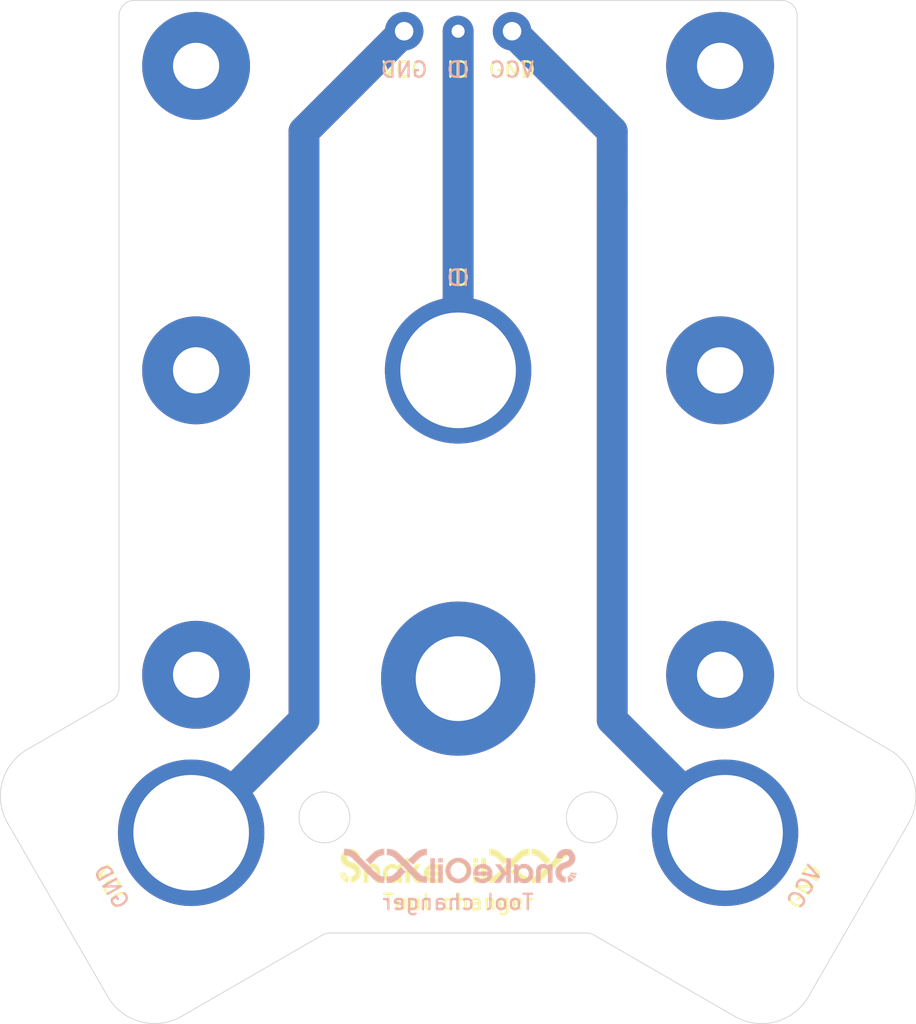
<source format=kicad_pcb>
(kicad_pcb (version 20171130) (host pcbnew 5.1.9+dfsg1-1+deb11u1)

  (general
    (thickness 1.6)
    (drawings 43)
    (tracks 16)
    (zones 0)
    (modules 13)
    (nets 4)
  )

  (page A4)
  (layers
    (0 F.Cu signal)
    (31 B.Cu signal)
    (32 B.Adhes user)
    (33 F.Adhes user)
    (34 B.Paste user)
    (35 F.Paste user)
    (36 B.SilkS user)
    (37 F.SilkS user)
    (38 B.Mask user)
    (39 F.Mask user)
    (40 Dwgs.User user)
    (41 Cmts.User user)
    (42 Eco1.User user)
    (43 Eco2.User user)
    (44 Edge.Cuts user)
    (45 Margin user)
    (46 B.CrtYd user)
    (47 F.CrtYd user)
    (48 B.Fab user)
    (49 F.Fab user)
  )

  (setup
    (last_trace_width 0.25)
    (user_trace_width 2)
    (trace_clearance 0.2)
    (zone_clearance 0.508)
    (zone_45_only no)
    (trace_min 0.2)
    (via_size 0.8)
    (via_drill 0.4)
    (via_min_size 0.4)
    (via_min_drill 0.3)
    (uvia_size 0.3)
    (uvia_drill 0.1)
    (uvias_allowed no)
    (uvia_min_size 0.2)
    (uvia_min_drill 0.1)
    (edge_width 0.05)
    (segment_width 0.2)
    (pcb_text_width 0.3)
    (pcb_text_size 1.5 1.5)
    (mod_edge_width 0.12)
    (mod_text_size 1 1)
    (mod_text_width 0.15)
    (pad_size 1.524 1.524)
    (pad_drill 0.762)
    (pad_to_mask_clearance 0)
    (aux_axis_origin 0 0)
    (visible_elements FFFFFF7F)
    (pcbplotparams
      (layerselection 0x010fc_ffffffff)
      (usegerberextensions true)
      (usegerberattributes false)
      (usegerberadvancedattributes false)
      (creategerberjobfile false)
      (excludeedgelayer true)
      (linewidth 0.100000)
      (plotframeref false)
      (viasonmask false)
      (mode 1)
      (useauxorigin false)
      (hpglpennumber 1)
      (hpglpenspeed 20)
      (hpglpendiameter 15.000000)
      (psnegative false)
      (psa4output false)
      (plotreference true)
      (plotvalue false)
      (plotinvisibletext false)
      (padsonsilk false)
      (subtractmaskfromsilk true)
      (outputformat 1)
      (mirror false)
      (drillshape 0)
      (scaleselection 1)
      (outputdirectory "gerber/"))
  )

  (net 0 "")
  (net 1 P_GND)
  (net 2 ID)
  (net 3 P_VCC)

  (net_class Default "This is the default net class."
    (clearance 0.2)
    (trace_width 0.25)
    (via_dia 0.8)
    (via_drill 0.4)
    (uvia_dia 0.3)
    (uvia_drill 0.1)
    (add_net ID)
    (add_net P_GND)
    (add_net P_VCC)
  )

  (module "custom-footprints:tool-plate-m3 hole" (layer F.Cu) (tedit 65E1CA3E) (tstamp 65E22BAC)
    (at 177 129.75)
    (fp_text reference REF** (at 0 0.5) (layer F.SilkS) hide
      (effects (font (size 1 1) (thickness 0.15)))
    )
    (fp_text value "tool-plate-m3 hole" (at 0 -0.5) (layer F.Fab)
      (effects (font (size 1 1) (thickness 0.15)))
    )
    (pad 1 thru_hole circle (at 0 0) (size 7 7) (drill 3) (layers *.Cu *.Mask))
  )

  (module "custom-footprints:tool-plate-m3 hole" (layer F.Cu) (tedit 65E1CA3E) (tstamp 65E22B9B)
    (at 177 110)
    (fp_text reference REF** (at 0 0.5) (layer F.SilkS) hide
      (effects (font (size 1 1) (thickness 0.15)))
    )
    (fp_text value "tool-plate-m3 hole" (at 0 -0.5) (layer F.Fab)
      (effects (font (size 1 1) (thickness 0.15)))
    )
    (pad 1 thru_hole circle (at 0 0) (size 7 7) (drill 3) (layers *.Cu *.Mask))
  )

  (module "custom-footprints:tool-plate-m3 hole" (layer F.Cu) (tedit 65E1CA3E) (tstamp 65E22B8A)
    (at 177 90.25)
    (fp_text reference REF** (at 0 0.5) (layer F.SilkS) hide
      (effects (font (size 1 1) (thickness 0.15)))
    )
    (fp_text value "tool-plate-m3 hole" (at 0 -0.5) (layer F.Fab)
      (effects (font (size 1 1) (thickness 0.15)))
    )
    (pad 1 thru_hole circle (at 0 0) (size 7 7) (drill 3) (layers *.Cu *.Mask))
  )

  (module "custom-footprints:tool-plate-m3 hole" (layer F.Cu) (tedit 65E1CA3E) (tstamp 65E22B79)
    (at 143 90.25)
    (fp_text reference REF** (at 0 0.5) (layer F.SilkS) hide
      (effects (font (size 1 1) (thickness 0.15)))
    )
    (fp_text value "tool-plate-m3 hole" (at 0 -0.5) (layer F.Fab)
      (effects (font (size 1 1) (thickness 0.15)))
    )
    (pad 1 thru_hole circle (at 0 0) (size 7 7) (drill 3) (layers *.Cu *.Mask))
  )

  (module "custom-footprints:tool-plate-m3 hole" (layer F.Cu) (tedit 65E1CA3E) (tstamp 65E22B68)
    (at 143 110)
    (fp_text reference REF** (at 0 0.5) (layer F.SilkS) hide
      (effects (font (size 1 1) (thickness 0.15)))
    )
    (fp_text value "tool-plate-m3 hole" (at 0 -0.5) (layer F.Fab)
      (effects (font (size 1 1) (thickness 0.15)))
    )
    (pad 1 thru_hole circle (at 0 0) (size 7 7) (drill 3) (layers *.Cu *.Mask))
  )

  (module "custom-footprints:tool-plate-m3 hole" (layer F.Cu) (tedit 65E1CA3E) (tstamp 65E22B57)
    (at 143 129.75)
    (fp_text reference REF** (at 0 0.5) (layer F.SilkS) hide
      (effects (font (size 1 1) (thickness 0.15)))
    )
    (fp_text value "tool-plate-m3 hole" (at 0 -0.5) (layer F.Fab)
      (effects (font (size 1 1) (thickness 0.15)))
    )
    (pad 1 thru_hole circle (at 0 0) (size 7 7) (drill 3) (layers *.Cu *.Mask))
  )

  (module custom-footprints:snakeoilxy-text-logo-SM (layer B.Cu) (tedit 0) (tstamp 65E2297F)
    (at 160 142 180)
    (fp_text reference G*** (at 0 0) (layer B.SilkS) hide
      (effects (font (size 1.524 1.524) (thickness 0.3)) (justify mirror))
    )
    (fp_text value LOGO (at 0.75 0) (layer B.SilkS) hide
      (effects (font (size 1.524 1.524) (thickness 0.3)) (justify mirror))
    )
    (fp_poly (pts (xy -4.237969 -0.028865) (xy -4.206061 -0.029486) (xy -4.181504 -0.030878) (xy -4.161623 -0.033285)
      (xy -4.143745 -0.036956) (xy -4.125197 -0.042135) (xy -4.12115 -0.04338) (xy -4.060636 -0.066728)
      (xy -4.006904 -0.097743) (xy -3.956404 -0.138591) (xy -3.941763 -0.152677) (xy -3.89255 -0.20166)
      (xy -3.89255 -0.0508) (xy -3.62585 -0.0508) (xy -3.62585 -1.2446) (xy -3.89255 -1.2446)
      (xy -3.892744 -1.166812) (xy -3.893138 -1.133203) (xy -3.894186 -1.111337) (xy -3.895984 -1.10027)
      (xy -3.898628 -1.099058) (xy -3.899496 -1.100293) (xy -3.910247 -1.113377) (xy -3.929107 -1.13123)
      (xy -3.95348 -1.151795) (xy -3.980765 -1.173016) (xy -4.008364 -1.192834) (xy -4.033679 -1.209193)
      (xy -4.045499 -1.215872) (xy -4.085946 -1.235291) (xy -4.124295 -1.249224) (xy -4.164253 -1.258546)
      (xy -4.209522 -1.264133) (xy -4.26085 -1.266779) (xy -4.296242 -1.267332) (xy -4.330468 -1.267067)
      (xy -4.35978 -1.266064) (xy -4.380429 -1.2644) (xy -4.3815 -1.264254) (xy -4.422273 -1.256036)
      (xy -4.468622 -1.242818) (xy -4.515867 -1.226226) (xy -4.559329 -1.207887) (xy -4.59105 -1.191407)
      (xy -4.661816 -1.142389) (xy -4.723439 -1.084859) (xy -4.775565 -1.01947) (xy -4.817841 -0.946877)
      (xy -4.849914 -0.867734) (xy -4.871429 -0.782696) (xy -4.882032 -0.692418) (xy -4.882967 -0.65765)
      (xy -4.59105 -0.65765) (xy -4.585666 -0.727751) (xy -4.56973 -0.791168) (xy -4.543565 -0.847457)
      (xy -4.507495 -0.896174) (xy -4.461845 -0.936877) (xy -4.406938 -0.96912) (xy -4.347559 -0.99121)
      (xy -4.311309 -0.99835) (xy -4.267635 -1.002028) (xy -4.221347 -1.00219) (xy -4.177253 -0.998778)
      (xy -4.147141 -0.993522) (xy -4.089049 -0.973665) (xy -4.037196 -0.943432) (xy -3.992889 -0.903855)
      (xy -3.95744 -0.855963) (xy -3.94642 -0.835504) (xy -3.919691 -0.769526) (xy -3.904937 -0.704754)
      (xy -3.901844 -0.639194) (xy -3.907229 -0.586802) (xy -3.923891 -0.519211) (xy -3.950223 -0.459125)
      (xy -3.985487 -0.407186) (xy -4.028947 -0.364031) (xy -4.079865 -0.330301) (xy -4.137504 -0.306636)
      (xy -4.201128 -0.293674) (xy -4.247756 -0.291302) (xy -4.313896 -0.29641) (xy -4.372465 -0.311049)
      (xy -4.424869 -0.335768) (xy -4.472511 -0.371112) (xy -4.486395 -0.384175) (xy -4.52832 -0.434181)
      (xy -4.559513 -0.490696) (xy -4.580049 -0.553915) (xy -4.590004 -0.624033) (xy -4.59105 -0.65765)
      (xy -4.882967 -0.65765) (xy -4.88315 -0.650875) (xy -4.877607 -0.560316) (xy -4.861282 -0.473511)
      (xy -4.83463 -0.391591) (xy -4.798106 -0.315688) (xy -4.752166 -0.246931) (xy -4.697267 -0.186452)
      (xy -4.69536 -0.184659) (xy -4.656702 -0.15062) (xy -4.620143 -0.123659) (xy -4.580631 -0.100357)
      (xy -4.544526 -0.082528) (xy -4.502068 -0.063756) (xy -4.46454 -0.049813) (xy -4.42863 -0.040025)
      (xy -4.391025 -0.033719) (xy -4.348413 -0.030222) (xy -4.297479 -0.028861) (xy -4.2799 -0.028768)
      (xy -4.237969 -0.028865)) (layer B.SilkS) (width 0.01))
    (fp_poly (pts (xy -1.53062 -0.027971) (xy -1.49885 -0.03133) (xy -1.415343 -0.049773) (xy -1.336597 -0.079593)
      (xy -1.263509 -0.120068) (xy -1.196973 -0.170479) (xy -1.137886 -0.230103) (xy -1.087144 -0.29822)
      (xy -1.045641 -0.37411) (xy -1.03141 -0.407541) (xy -1.012316 -0.462602) (xy -0.999179 -0.516745)
      (xy -0.9913 -0.57397) (xy -0.98798 -0.63828) (xy -0.987775 -0.657225) (xy -0.987946 -0.691496)
      (xy -0.988651 -0.721843) (xy -0.989789 -0.745715) (xy -0.99126 -0.760563) (xy -0.991989 -0.763587)
      (xy -0.993441 -0.765708) (xy -0.996511 -0.767541) (xy -1.002066 -0.769108) (xy -1.010971 -0.770429)
      (xy -1.024095 -0.771525) (xy -1.042303 -0.772417) (xy -1.066463 -0.773126) (xy -1.097441 -0.773671)
      (xy -1.136104 -0.774076) (xy -1.18332 -0.774359) (xy -1.239954 -0.774542) (xy -1.306874 -0.774646)
      (xy -1.384946 -0.774691) (xy -1.45464 -0.7747) (xy -1.912727 -0.7747) (xy -1.908441 -0.792162)
      (xy -1.895244 -0.828015) (xy -1.873895 -0.865671) (xy -1.847174 -0.900459) (xy -1.838643 -0.909519)
      (xy -1.793769 -0.947099) (xy -1.743092 -0.974789) (xy -1.685598 -0.992962) (xy -1.620277 -1.001989)
      (xy -1.583407 -1.003191) (xy -1.521181 -0.999367) (xy -1.467043 -0.987137) (xy -1.418911 -0.965705)
      (xy -1.374706 -0.934274) (xy -1.354386 -0.915516) (xy -1.327646 -0.889) (xy -1.015145 -0.889)
      (xy -1.01957 -0.903287) (xy -1.037411 -0.946147) (xy -1.065015 -0.992812) (xy -1.100907 -1.041174)
      (xy -1.14361 -1.089124) (xy -1.163277 -1.108686) (xy -1.217737 -1.155946) (xy -1.273411 -1.193497)
      (xy -1.333695 -1.223241) (xy -1.401989 -1.247079) (xy -1.419225 -1.251936) (xy -1.446431 -1.257331)
      (xy -1.48285 -1.261779) (xy -1.525021 -1.265121) (xy -1.56948 -1.267197) (xy -1.612766 -1.267846)
      (xy -1.651418 -1.266909) (xy -1.681971 -1.264226) (xy -1.68275 -1.264114) (xy -1.769536 -1.245388)
      (xy -1.851601 -1.215818) (xy -1.927986 -1.176194) (xy -1.997735 -1.12731) (xy -2.05989 -1.069957)
      (xy -2.113493 -1.004927) (xy -2.157588 -0.933012) (xy -2.191215 -0.855004) (xy -2.196458 -0.839194)
      (xy -2.216992 -0.753645) (xy -2.225355 -0.667024) (xy -2.221825 -0.580621) (xy -2.211136 -0.5207)
      (xy -1.923948 -0.5207) (xy -1.269145 -0.5207) (xy -1.273157 -0.506412) (xy -1.283682 -0.47792)
      (xy -1.29937 -0.446053) (xy -1.317788 -0.415029) (xy -1.336505 -0.389063) (xy -1.348092 -0.376511)
      (xy -1.390258 -0.342995) (xy -1.435191 -0.318478) (xy -1.485098 -0.302194) (xy -1.542185 -0.293377)
      (xy -1.594154 -0.291188) (xy -1.629403 -0.291507) (xy -1.656281 -0.29314) (xy -1.679096 -0.296661)
      (xy -1.702156 -0.302644) (xy -1.717979 -0.307681) (xy -1.776043 -0.332397) (xy -1.824741 -0.365245)
      (xy -1.864906 -0.40702) (xy -1.897375 -0.458519) (xy -1.91323 -0.493712) (xy -1.923948 -0.5207)
      (xy -2.211136 -0.5207) (xy -2.20668 -0.495727) (xy -2.180198 -0.413633) (xy -2.142656 -0.335629)
      (xy -2.094332 -0.263006) (xy -2.064721 -0.227446) (xy -2.015246 -0.179783) (xy -1.956366 -0.135437)
      (xy -1.8913 -0.096374) (xy -1.823271 -0.064562) (xy -1.7653 -0.044629) (xy -1.72748 -0.036545)
      (xy -1.681108 -0.030638) (xy -1.630179 -0.027107) (xy -1.578685 -0.026152) (xy -1.53062 -0.027971)) (layer B.SilkS) (width 0.01))
    (fp_poly (pts (xy 0.024867 0.370121) (xy 0.077986 0.366907) (xy 0.124699 0.361418) (xy 0.149931 0.356633)
      (xy 0.251673 0.32707) (xy 0.346142 0.287115) (xy 0.433245 0.236832) (xy 0.512889 0.176287)
      (xy 0.58498 0.105546) (xy 0.649424 0.024673) (xy 0.670319 -0.006268) (xy 0.716613 -0.089146)
      (xy 0.753038 -0.178436) (xy 0.779148 -0.272089) (xy 0.794494 -0.368057) (xy 0.798629 -0.46429)
      (xy 0.791104 -0.55874) (xy 0.791095 -0.5588) (xy 0.782849 -0.61015) (xy 0.773854 -0.653443)
      (xy 0.762884 -0.69331) (xy 0.748711 -0.734383) (xy 0.73591 -0.767119) (xy 0.692262 -0.858564)
      (xy 0.638734 -0.942365) (xy 0.575966 -1.01799) (xy 0.5046 -1.084907) (xy 0.425279 -1.142582)
      (xy 0.338644 -1.190483) (xy 0.245337 -1.228076) (xy 0.149225 -1.254155) (xy 0.118318 -1.259021)
      (xy 0.078302 -1.262919) (xy 0.032737 -1.265729) (xy -0.014816 -1.267329) (xy -0.060794 -1.2676)
      (xy -0.101637 -1.26642) (xy -0.13335 -1.263727) (xy -0.231927 -1.244467) (xy -0.326961 -1.213646)
      (xy -0.417388 -1.171994) (xy -0.50214 -1.120241) (xy -0.580151 -1.059116) (xy -0.650354 -0.98935)
      (xy -0.711684 -0.911672) (xy -0.758074 -0.836229) (xy -0.797445 -0.750864) (xy -0.826972 -0.659921)
      (xy -0.846147 -0.565903) (xy -0.854465 -0.471309) (xy -0.853012 -0.42711) (xy -0.552575 -0.42711)
      (xy -0.551997 -0.486001) (xy -0.546712 -0.541546) (xy -0.539211 -0.579963) (xy -0.512738 -0.659227)
      (xy -0.47592 -0.731572) (xy -0.429468 -0.79631) (xy -0.374092 -0.852754) (xy -0.310505 -0.900217)
      (xy -0.239416 -0.93801) (xy -0.161537 -0.965446) (xy -0.13335 -0.972356) (xy -0.081338 -0.979951)
      (xy -0.022806 -0.982189) (xy 0.037311 -0.9792) (xy 0.09408 -0.971112) (xy 0.117475 -0.965777)
      (xy 0.191522 -0.940135) (xy 0.260053 -0.903775) (xy 0.321833 -0.857691) (xy 0.375627 -0.802877)
      (xy 0.420201 -0.740324) (xy 0.437868 -0.708025) (xy 0.469241 -0.632095) (xy 0.489159 -0.554775)
      (xy 0.498053 -0.477149) (xy 0.496355 -0.400301) (xy 0.484495 -0.325318) (xy 0.462905 -0.253282)
      (xy 0.432016 -0.18528) (xy 0.392259 -0.122396) (xy 0.344066 -0.065715) (xy 0.287868 -0.016322)
      (xy 0.224095 0.024699) (xy 0.153179 0.056263) (xy 0.131174 0.063543) (xy 0.058113 0.080143)
      (xy -0.016533 0.08629) (xy -0.080169 0.082776) (xy -0.160153 0.068334) (xy -0.231418 0.045878)
      (xy -0.295671 0.014652) (xy -0.354617 -0.026103) (xy -0.385374 -0.052837) (xy -0.441193 -0.113344)
      (xy -0.486069 -0.180295) (xy -0.520025 -0.253727) (xy -0.539584 -0.318176) (xy -0.54844 -0.369594)
      (xy -0.552575 -0.42711) (xy -0.853012 -0.42711) (xy -0.851417 -0.378643) (xy -0.851223 -0.376699)
      (xy -0.834746 -0.272303) (xy -0.80713 -0.173586) (xy -0.768707 -0.081036) (xy -0.719812 0.004858)
      (xy -0.660777 0.083606) (xy -0.591935 0.154719) (xy -0.513618 0.21771) (xy -0.426159 0.272089)
      (xy -0.400389 0.285549) (xy -0.352327 0.30694) (xy -0.296211 0.327415) (xy -0.23667 0.345434)
      (xy -0.178335 0.359458) (xy -0.1778 0.359568) (xy -0.135991 0.365783) (xy -0.085814 0.369592)
      (xy -0.030964 0.371027) (xy 0.024867 0.370121)) (layer B.SilkS) (width 0.01))
    (fp_poly (pts (xy 4.621299 0.753629) (xy 4.622973 0.5461) (xy 4.575379 0.546101) (xy 4.497014 0.540514)
      (xy 4.416745 0.524446) (xy 4.337498 0.498929) (xy 4.262196 0.464998) (xy 4.193766 0.423687)
      (xy 4.162425 0.400085) (xy 4.1558 0.393883) (xy 4.140692 0.379219) (xy 4.11761 0.356596)
      (xy 4.087064 0.326521) (xy 4.049562 0.289499) (xy 4.005615 0.246033) (xy 3.955731 0.196629)
      (xy 3.900421 0.141792) (xy 3.840194 0.082027) (xy 3.775559 0.017839) (xy 3.707026 -0.050268)
      (xy 3.635104 -0.121788) (xy 3.560303 -0.196217) (xy 3.483132 -0.273049) (xy 3.4671 -0.289016)
      (xy 3.372491 -0.383243) (xy 3.286438 -0.468928) (xy 3.208506 -0.546497) (xy 3.138256 -0.616376)
      (xy 3.075253 -0.67899) (xy 3.019059 -0.734766) (xy 2.969238 -0.784129) (xy 2.925354 -0.827504)
      (xy 2.886968 -0.865318) (xy 2.853645 -0.897996) (xy 2.824947 -0.925964) (xy 2.800439 -0.949647)
      (xy 2.779683 -0.969472) (xy 2.762242 -0.985863) (xy 2.74768 -0.999246) (xy 2.73556 -1.010048)
      (xy 2.725445 -1.018694) (xy 2.716898 -1.025609) (xy 2.709483 -1.03122) (xy 2.702763 -1.035952)
      (xy 2.696453 -1.040132) (xy 2.680553 -1.050732) (xy 2.669558 -1.058618) (xy 2.667 -1.060806)
      (xy 2.656943 -1.068792) (xy 2.637859 -1.080981) (xy 2.612163 -1.096065) (xy 2.582268 -1.112732)
      (xy 2.550587 -1.129675) (xy 2.519535 -1.145582) (xy 2.491527 -1.159144) (xy 2.468975 -1.169051)
      (xy 2.4638 -1.171054) (xy 2.392378 -1.196174) (xy 2.328769 -1.215545) (xy 2.269845 -1.229869)
      (xy 2.212481 -1.239848) (xy 2.153548 -1.246184) (xy 2.119312 -1.248371) (xy 2.032 -1.252797)
      (xy 2.032 -0.84007) (xy 2.100133 -0.835665) (xy 2.18557 -0.824905) (xy 2.26628 -0.803577)
      (xy 2.344668 -0.770925) (xy 2.397125 -0.742314) (xy 2.424571 -0.725103) (xy 2.452216 -0.706348)
      (xy 2.475074 -0.689465) (xy 2.479675 -0.685757) (xy 2.487738 -0.678322) (xy 2.504268 -0.662419)
      (xy 2.528747 -0.638558) (xy 2.560662 -0.607251) (xy 2.599495 -0.569008) (xy 2.644731 -0.524339)
      (xy 2.695855 -0.473756) (xy 2.75235 -0.417769) (xy 2.813702 -0.35689) (xy 2.879394 -0.291628)
      (xy 2.948911 -0.222495) (xy 3.021738 -0.150001) (xy 3.097357 -0.074657) (xy 3.175255 0.003026)
      (xy 3.2004 0.028116) (xy 3.27888 0.10637) (xy 3.355249 0.182385) (xy 3.428991 0.255654)
      (xy 3.499591 0.325672) (xy 3.566534 0.391931) (xy 3.629305 0.453926) (xy 3.687388 0.511149)
      (xy 3.74027 0.563095) (xy 3.787434 0.609258) (xy 3.828366 0.649129) (xy 3.862551 0.682204)
      (xy 3.889474 0.707976) (xy 3.90862 0.725938) (xy 3.919473 0.735583) (xy 3.921125 0.73684)
      (xy 3.938574 0.748787) (xy 3.951374 0.758154) (xy 3.95605 0.762189) (xy 3.964303 0.768777)
      (xy 3.981494 0.779753) (xy 4.00522 0.793784) (xy 4.03308 0.809536) (xy 4.062673 0.825677)
      (xy 4.091596 0.840873) (xy 4.117449 0.853792) (xy 4.13783 0.8631) (xy 4.13784 0.863104)
      (xy 4.162443 0.873433) (xy 4.183768 0.882424) (xy 4.19814 0.888527) (xy 4.200525 0.889553)
      (xy 4.245287 0.906095) (xy 4.299495 0.921509) (xy 4.359907 0.935168) (xy 4.423277 0.946443)
      (xy 4.486364 0.954705) (xy 4.545921 0.959326) (xy 4.563727 0.959933) (xy 4.619625 0.961157)
      (xy 4.621299 0.753629)) (layer B.SilkS) (width 0.01))
    (fp_poly (pts (xy 3.70323 -0.245656) (xy 3.716699 -0.258153) (xy 3.737365 -0.27793) (xy 3.764348 -0.304126)
      (xy 3.796765 -0.335882) (xy 3.833736 -0.372336) (xy 3.874379 -0.412629) (xy 3.917813 -0.455899)
      (xy 3.923923 -0.462003) (xy 3.980614 -0.518448) (xy 4.029286 -0.566438) (xy 4.070703 -0.606691)
      (xy 4.105633 -0.639923) (xy 4.134841 -0.66685) (xy 4.159093 -0.68819) (xy 4.179156 -0.704659)
      (xy 4.195794 -0.716973) (xy 4.198256 -0.71865) (xy 4.272854 -0.763481) (xy 4.347142 -0.796866)
      (xy 4.423784 -0.819707) (xy 4.505445 -0.832905) (xy 4.545012 -0.835964) (xy 4.6228 -0.840159)
      (xy 4.6228 -1.25095) (xy 4.560887 -1.250018) (xy 4.527439 -1.249087) (xy 4.492571 -1.247423)
      (xy 4.462354 -1.245335) (xy 4.454525 -1.244614) (xy 4.42499 -1.240859) (xy 4.390773 -1.235309)
      (xy 4.355812 -1.228725) (xy 4.324047 -1.221869) (xy 4.299414 -1.215502) (xy 4.2926 -1.213318)
      (xy 4.278878 -1.208766) (xy 4.25735 -1.201915) (xy 4.232367 -1.194148) (xy 4.2291 -1.193145)
      (xy 4.209051 -1.185975) (xy 4.182045 -1.174888) (xy 4.150462 -1.161016) (xy 4.116683 -1.145492)
      (xy 4.083089 -1.129451) (xy 4.052062 -1.114026) (xy 4.025982 -1.10035) (xy 4.007231 -1.089556)
      (xy 3.998926 -1.083585) (xy 3.988807 -1.075696) (xy 3.972698 -1.064947) (xy 3.965575 -1.060547)
      (xy 3.949797 -1.050666) (xy 3.939115 -1.043279) (xy 3.937 -1.041438) (xy 3.930765 -1.036061)
      (xy 3.917009 -1.025141) (xy 3.898367 -1.010761) (xy 3.89255 -1.006336) (xy 3.879789 -0.995575)
      (xy 3.859159 -0.97682) (xy 3.831726 -0.951097) (xy 3.798559 -0.919433) (xy 3.760726 -0.882856)
      (xy 3.719296 -0.842393) (xy 3.675337 -0.79907) (xy 3.629916 -0.753914) (xy 3.628009 -0.752009)
      (xy 3.404743 -0.528978) (xy 3.548685 -0.385139) (xy 3.583843 -0.350162) (xy 3.616216 -0.318256)
      (xy 3.644697 -0.290489) (xy 3.668178 -0.267929) (xy 3.685551 -0.251644) (xy 3.69571 -0.242702)
      (xy 3.69784 -0.2413) (xy 3.70323 -0.245656)) (layer B.SilkS) (width 0.01))
    (fp_poly (pts (xy 7.383462 0.959391) (xy 7.385741 0.956527) (xy 7.387572 0.947584) (xy 7.388993 0.93152)
      (xy 7.390046 0.907296) (xy 7.390769 0.873871) (xy 7.391202 0.830203) (xy 7.391387 0.775253)
      (xy 7.3914 0.752475) (xy 7.3914 0.5461) (xy 7.340717 0.546101) (xy 7.260291 0.540486)
      (xy 7.178587 0.52429) (xy 7.098369 0.498481) (xy 7.0224 0.464029) (xy 6.953443 0.421905)
      (xy 6.924675 0.400085) (xy 6.91805 0.393883) (xy 6.902942 0.379219) (xy 6.87986 0.356596)
      (xy 6.849314 0.326521) (xy 6.811812 0.289499) (xy 6.767865 0.246033) (xy 6.717981 0.196629)
      (xy 6.662671 0.141792) (xy 6.602444 0.082027) (xy 6.537809 0.017839) (xy 6.469276 -0.050268)
      (xy 6.397354 -0.121788) (xy 6.322553 -0.196217) (xy 6.245382 -0.273049) (xy 6.22935 -0.289016)
      (xy 6.134741 -0.383243) (xy 6.048688 -0.468928) (xy 5.970756 -0.546497) (xy 5.900506 -0.616376)
      (xy 5.837503 -0.67899) (xy 5.781309 -0.734766) (xy 5.731488 -0.784129) (xy 5.687604 -0.827504)
      (xy 5.649218 -0.865318) (xy 5.615895 -0.897996) (xy 5.587197 -0.925964) (xy 5.562689 -0.949647)
      (xy 5.541933 -0.969472) (xy 5.524492 -0.985863) (xy 5.50993 -0.999246) (xy 5.49781 -1.010048)
      (xy 5.487695 -1.018694) (xy 5.479148 -1.025609) (xy 5.471733 -1.03122) (xy 5.465013 -1.035952)
      (xy 5.458703 -1.040132) (xy 5.442803 -1.050732) (xy 5.431808 -1.058618) (xy 5.42925 -1.060806)
      (xy 5.419193 -1.068792) (xy 5.400109 -1.080981) (xy 5.374413 -1.096065) (xy 5.344518 -1.112732)
      (xy 5.312837 -1.129675) (xy 5.281785 -1.145582) (xy 5.253777 -1.159144) (xy 5.231225 -1.169051)
      (xy 5.22605 -1.171054) (xy 5.154628 -1.196174) (xy 5.091019 -1.215545) (xy 5.032095 -1.229869)
      (xy 4.974731 -1.239848) (xy 4.915798 -1.246184) (xy 4.881562 -1.248371) (xy 4.79425 -1.252797)
      (xy 4.79425 -0.84007) (xy 4.862383 -0.835665) (xy 4.94782 -0.824905) (xy 5.02853 -0.803577)
      (xy 5.106918 -0.770925) (xy 5.159375 -0.742314) (xy 5.186821 -0.725103) (xy 5.214466 -0.706348)
      (xy 5.237324 -0.689465) (xy 5.241925 -0.685757) (xy 5.249988 -0.678322) (xy 5.266518 -0.662419)
      (xy 5.290997 -0.638558) (xy 5.322912 -0.607251) (xy 5.361745 -0.569008) (xy 5.406981 -0.524339)
      (xy 5.458105 -0.473756) (xy 5.5146 -0.417769) (xy 5.575952 -0.35689) (xy 5.641644 -0.291628)
      (xy 5.711161 -0.222495) (xy 5.783988 -0.150001) (xy 5.859607 -0.074657) (xy 5.937505 0.003026)
      (xy 5.96265 0.028116) (xy 6.04113 0.10637) (xy 6.117499 0.182385) (xy 6.191241 0.255654)
      (xy 6.261841 0.325672) (xy 6.328784 0.391931) (xy 6.391555 0.453926) (xy 6.449638 0.511149)
      (xy 6.50252 0.563095) (xy 6.549684 0.609258) (xy 6.590616 0.649129) (xy 6.624801 0.682204)
      (xy 6.651724 0.707976) (xy 6.67087 0.725938) (xy 6.681723 0.735583) (xy 6.683375 0.73684)
      (xy 6.700824 0.748787) (xy 6.713624 0.758154) (xy 6.7183 0.762189) (xy 6.726553 0.768777)
      (xy 6.743744 0.779753) (xy 6.76747 0.793784) (xy 6.79533 0.809536) (xy 6.824923 0.825677)
      (xy 6.853846 0.840873) (xy 6.879699 0.853792) (xy 6.90008 0.8631) (xy 6.90009 0.863104)
      (xy 6.924693 0.873433) (xy 6.946018 0.882424) (xy 6.96039 0.888527) (xy 6.962775 0.889553)
      (xy 7.009031 0.906577) (xy 7.064697 0.922187) (xy 7.126509 0.935842) (xy 7.191208 0.947002)
      (xy 7.25553 0.955124) (xy 7.316216 0.959667) (xy 7.370003 0.96009) (xy 7.383462 0.959391)) (layer B.SilkS) (width 0.01))
    (fp_poly (pts (xy -6.940804 0.942713) (xy -6.897205 0.940404) (xy -6.859961 0.936577) (xy -6.8326 0.931337)
      (xy -6.743674 0.901626) (xy -6.664192 0.863719) (xy -6.593572 0.817219) (xy -6.531232 0.761725)
      (xy -6.476591 0.696838) (xy -6.463309 0.67799) (xy -6.431236 0.623633) (xy -6.405557 0.563798)
      (xy -6.385665 0.496624) (xy -6.370949 0.420253) (xy -6.365492 0.379324) (xy -6.361215 0.342723)
      (xy -6.56619 0.344399) (xy -6.771166 0.346075) (xy -6.779172 0.385336) (xy -6.792267 0.433349)
      (xy -6.810705 0.472302) (xy -6.835989 0.505239) (xy -6.840622 0.510006) (xy -6.876389 0.537299)
      (xy -6.918537 0.555699) (xy -6.964641 0.565289) (xy -7.012274 0.566153) (xy -7.059011 0.558373)
      (xy -7.102425 0.542034) (xy -7.140092 0.517219) (xy -7.158264 0.499075) (xy -7.167734 0.485926)
      (xy -7.179653 0.466716) (xy -7.186834 0.454025) (xy -7.194923 0.437838) (xy -7.20001 0.422947)
      (xy -7.202775 0.405602) (xy -7.203896 0.382054) (xy -7.204066 0.358775) (xy -7.203695 0.328118)
      (xy -7.20214 0.306369) (xy -7.198732 0.289749) (xy -7.192806 0.274479) (xy -7.187242 0.2634)
      (xy -7.166299 0.232376) (xy -7.137562 0.201317) (xy -7.10524 0.174331) (xy -7.079708 0.158474)
      (xy -7.062042 0.150257) (xy -7.036354 0.139301) (xy -7.006546 0.127236) (xy -6.985143 0.118938)
      (xy -6.954717 0.107367) (xy -6.925525 0.096243) (xy -6.901496 0.087064) (xy -6.88975 0.082559)
      (xy -6.87197 0.07572) (xy -6.846139 0.065789) (xy -6.816061 0.054227) (xy -6.792225 0.045067)
      (xy -6.711885 0.01181) (xy -6.642575 -0.022209) (xy -6.582628 -0.05797) (xy -6.530377 -0.096454)
      (xy -6.490277 -0.132521) (xy -6.433017 -0.197271) (xy -6.387003 -0.267741) (xy -6.352098 -0.344212)
      (xy -6.328169 -0.426965) (xy -6.317099 -0.4955) (xy -6.313414 -0.583669) (xy -6.321485 -0.671801)
      (xy -6.340774 -0.758237) (xy -6.370737 -0.841319) (xy -6.410835 -0.919388) (xy -6.460526 -0.990788)
      (xy -6.4897 -1.024433) (xy -6.547695 -1.080787) (xy -6.608049 -1.127628) (xy -6.672511 -1.165799)
      (xy -6.742827 -1.196142) (xy -6.820744 -1.2195) (xy -6.908007 -1.236717) (xy -6.938829 -1.241151)
      (xy -6.955934 -1.242663) (xy -6.964422 -1.240265) (xy -6.968125 -1.232569) (xy -6.968609 -1.230366)
      (xy -6.969513 -1.220415) (xy -6.970593 -1.19956) (xy -6.971782 -1.169592) (xy -6.973018 -1.132305)
      (xy -6.974235 -1.08949) (xy -6.97537 -1.042942) (xy -6.975441 -1.039746) (xy -6.976525 -0.986082)
      (xy -6.977106 -0.943872) (xy -6.977155 -0.911876) (xy -6.976641 -0.888858) (xy -6.975534 -0.873578)
      (xy -6.973803 -0.864799) (xy -6.971419 -0.861283) (xy -6.971061 -0.861149) (xy -6.960804 -0.859039)
      (xy -6.942171 -0.855812) (xy -6.921088 -0.85246) (xy -6.867323 -0.838019) (xy -6.818166 -0.812548)
      (xy -6.775436 -0.777408) (xy -6.740952 -0.733961) (xy -6.725894 -0.706454) (xy -6.717996 -0.68827)
      (xy -6.713006 -0.671965) (xy -6.710311 -0.65372) (xy -6.709296 -0.629717) (xy -6.709285 -0.60325)
      (xy -6.711715 -0.555326) (xy -6.718962 -0.5158) (xy -6.732188 -0.480902) (xy -6.752557 -0.446868)
      (xy -6.761202 -0.434975) (xy -6.775982 -0.417168) (xy -6.793082 -0.400477) (xy -6.813631 -0.38431)
      (xy -6.838759 -0.368073) (xy -6.869596 -0.351175) (xy -6.907273 -0.333021) (xy -6.952918 -0.313019)
      (xy -7.007662 -0.290577) (xy -7.072635 -0.265102) (xy -7.11835 -0.247599) (xy -7.189152 -0.21942)
      (xy -7.249524 -0.192396) (xy -7.301509 -0.165309) (xy -7.347155 -0.136939) (xy -7.388507 -0.106068)
      (xy -7.427609 -0.071475) (xy -7.44855 -0.050777) (xy -7.502673 0.013356) (xy -7.545784 0.083628)
      (xy -7.577656 0.15947) (xy -7.598063 0.240311) (xy -7.606775 0.325584) (xy -7.607102 0.346075)
      (xy -7.601039 0.432406) (xy -7.583266 0.514922) (xy -7.554409 0.592832) (xy -7.515091 0.66535)
      (xy -7.465937 0.731684) (xy -7.407573 0.791047) (xy -7.340622 0.842649) (xy -7.26571 0.8857)
      (xy -7.18346 0.919412) (xy -7.14375 0.931453) (xy -7.11568 0.93675) (xy -7.078197 0.940523)
      (xy -7.034454 0.942774) (xy -6.987605 0.943503) (xy -6.940804 0.942713)) (layer B.SilkS) (width 0.01))
    (fp_poly (pts (xy -5.474595 -0.029444) (xy -5.444176 -0.030008) (xy -5.420983 -0.031332) (xy -5.402278 -0.033713)
      (xy -5.385325 -0.037448) (xy -5.367387 -0.042833) (xy -5.356225 -0.046567) (xy -5.313576 -0.06232)
      (xy -5.27933 -0.078213) (xy -5.249358 -0.096454) (xy -5.219534 -0.119255) (xy -5.217859 -0.12065)
      (xy -5.178191 -0.157554) (xy -5.146104 -0.196542) (xy -5.120095 -0.240179) (xy -5.098662 -0.291032)
      (xy -5.080303 -0.351668) (xy -5.078475 -0.358775) (xy -5.075896 -0.369505) (xy -5.073672 -0.380543)
      (xy -5.071769 -0.39291) (xy -5.070152 -0.407626) (xy -5.068787 -0.425711) (xy -5.067639 -0.448185)
      (xy -5.066675 -0.476069) (xy -5.065859 -0.510382) (xy -5.065159 -0.552144) (xy -5.064538 -0.602377)
      (xy -5.063964 -0.662099) (xy -5.063402 -0.732332) (xy -5.062817 -0.814095) (xy -5.062727 -0.827087)
      (xy -5.059859 -1.2446) (xy -5.3467 -1.2446) (xy -5.346756 -0.950912) (xy -5.346971 -0.853818)
      (xy -5.347652 -0.768514) (xy -5.348913 -0.694092) (xy -5.350871 -0.629646) (xy -5.35364 -0.57427)
      (xy -5.357334 -0.527058) (xy -5.362069 -0.487103) (xy -5.367959 -0.453499) (xy -5.375119 -0.42534)
      (xy -5.383664 -0.40172) (xy -5.393708 -0.381731) (xy -5.405367 -0.364469) (xy -5.418755 -0.349026)
      (xy -5.423631 -0.344117) (xy -5.459464 -0.317577) (xy -5.502016 -0.299905) (xy -5.548971 -0.291048)
      (xy -5.59801 -0.290951) (xy -5.646815 -0.299562) (xy -5.693068 -0.316826) (xy -5.734453 -0.342689)
      (xy -5.744978 -0.351579) (xy -5.775508 -0.387333) (xy -5.799438 -0.432967) (xy -5.816113 -0.487141)
      (xy -5.819546 -0.504527) (xy -5.821782 -0.519447) (xy -5.823664 -0.537184) (xy -5.825221 -0.558853)
      (xy -5.82648 -0.585569) (xy -5.827468 -0.618447) (xy -5.828212 -0.658602) (xy -5.82874 -0.707149)
      (xy -5.829079 -0.765204) (xy -5.829256 -0.833881) (xy -5.8293 -0.902531) (xy -5.8293 -1.2446)
      (xy -5.971117 -1.2446) (xy -6.012333 -1.244418) (xy -6.049218 -1.243909) (xy -6.079901 -1.243126)
      (xy -6.102511 -1.242125) (xy -6.115178 -1.240959) (xy -6.117167 -1.240366) (xy -6.117779 -1.233542)
      (xy -6.118364 -1.214905) (xy -6.118916 -1.185345) (xy -6.119429 -1.145751) (xy -6.119897 -1.097009)
      (xy -6.120313 -1.040008) (xy -6.120671 -0.975638) (xy -6.120965 -0.904785) (xy -6.121189 -0.828339)
      (xy -6.121335 -0.747187) (xy -6.121398 -0.662218) (xy -6.1214 -0.64334) (xy -6.1214 -0.050547)
      (xy -5.986463 -0.052261) (xy -5.851525 -0.053975) (xy -5.849687 -0.106022) (xy -5.847848 -0.15807)
      (xy -5.806628 -0.125217) (xy -5.752041 -0.086201) (xy -5.698057 -0.05719) (xy -5.661025 -0.042543)
      (xy -5.644801 -0.037533) (xy -5.628113 -0.033953) (xy -5.60842 -0.031573) (xy -5.583183 -0.030165)
      (xy -5.54986 -0.029498) (xy -5.514975 -0.029343) (xy -5.474595 -0.029444)) (layer B.SilkS) (width 0.01))
    (fp_poly (pts (xy -3.127375 -0.605028) (xy -3.066072 -0.513651) (xy -3.04619 -0.484104) (xy -3.020753 -0.446434)
      (xy -2.991364 -0.403009) (xy -2.959627 -0.356196) (xy -2.927145 -0.308363) (xy -2.895522 -0.261875)
      (xy -2.892321 -0.257175) (xy -2.864028 -0.215568) (xy -2.837533 -0.176478) (xy -2.813823 -0.141373)
      (xy -2.793887 -0.111722) (xy -2.778714 -0.088992) (xy -2.769292 -0.074651) (xy -2.76726 -0.071437)
      (xy -2.754646 -0.0508) (xy -2.583294 -0.0508) (xy -2.528146 -0.051024) (xy -2.483177 -0.051685)
      (xy -2.448953 -0.052761) (xy -2.426039 -0.054232) (xy -2.415001 -0.056075) (xy -2.414059 -0.057021)
      (xy -2.418258 -0.063683) (xy -2.428933 -0.079098) (xy -2.445034 -0.101791) (xy -2.465507 -0.130289)
      (xy -2.489302 -0.163116) (xy -2.508032 -0.188784) (xy -2.566631 -0.26889) (xy -2.619835 -0.341656)
      (xy -2.667377 -0.406717) (xy -2.70899 -0.463708) (xy -2.744407 -0.512262) (xy -2.77336 -0.552013)
      (xy -2.795584 -0.582595) (xy -2.810812 -0.603643) (xy -2.81846 -0.61434) (xy -2.832933 -0.634955)
      (xy -2.742029 -0.746933) (xy -2.70842 -0.788319) (xy -2.670604 -0.834862) (xy -2.631692 -0.882732)
      (xy -2.594797 -0.928101) (xy -2.565226 -0.964443) (xy -2.5169 -1.023828) (xy -2.476002 -1.074119)
      (xy -2.441932 -1.116065) (xy -2.41409 -1.150414) (xy -2.391876 -1.177912) (xy -2.37469 -1.199308)
      (xy -2.361931 -1.21535) (xy -2.353 -1.226784) (xy -2.347296 -1.234358) (xy -2.34422 -1.238821)
      (xy -2.34317 -1.240919) (xy -2.34315 -1.241096) (xy -2.349243 -1.241966) (xy -2.366489 -1.24275)
      (xy -2.393344 -1.243419) (xy -2.428262 -1.243947) (xy -2.469697 -1.244307) (xy -2.516103 -1.244472)
      (xy -2.535238 -1.244477) (xy -2.727325 -1.244354) (xy -2.804151 -1.138114) (xy -2.83193 -1.099754)
      (xy -2.863827 -1.0558) (xy -2.8985 -1.008093) (xy -2.934606 -0.958476) (xy -2.970802 -0.908791)
      (xy -3.005747 -0.86088) (xy -3.038098 -0.816584) (xy -3.066512 -0.777746) (xy -3.089647 -0.746209)
      (xy -3.100744 -0.731138) (xy -3.13055 -0.690752) (xy -3.13055 -1.2446) (xy -3.4163 -1.2446)
      (xy -3.4163 0.34925) (xy -3.130631 0.34925) (xy -3.127375 -0.605028)) (layer B.SilkS) (width 0.01))
    (fp_poly (pts (xy 1.2827 -1.2446) (xy 0.99695 -1.2446) (xy 0.99695 -0.0508) (xy 1.2827 -0.0508)
      (xy 1.2827 -1.2446)) (layer B.SilkS) (width 0.01))
    (fp_poly (pts (xy 1.79705 -1.2446) (xy 1.51125 -1.2446) (xy 1.512862 -0.449262) (xy 1.514475 0.346075)
      (xy 1.655762 0.347784) (xy 1.79705 0.349493) (xy 1.79705 -1.2446)) (layer B.SilkS) (width 0.01))
    (fp_poly (pts (xy -7.168928 -0.812231) (xy -7.148532 -0.825223) (xy -7.127852 -0.835715) (xy -7.12084 -0.838426)
      (xy -7.106543 -0.844194) (xy -7.101293 -0.851732) (xy -7.102114 -0.866004) (xy -7.102559 -0.868915)
      (xy -7.106261 -0.891243) (xy -7.111732 -0.922465) (xy -7.118325 -0.959004) (xy -7.125391 -0.997288)
      (xy -7.132284 -1.03374) (xy -7.134374 -1.044575) (xy -7.139401 -1.071154) (xy -7.145549 -1.104654)
      (xy -7.151796 -1.139476) (xy -7.154372 -1.154112) (xy -7.160266 -1.185091) (xy -7.165375 -1.205104)
      (xy -7.170238 -1.215816) (xy -7.175384 -1.21889) (xy -7.185575 -1.216755) (xy -7.204233 -1.211345)
      (xy -7.227877 -1.203694) (xy -7.235825 -1.200975) (xy -7.318891 -1.166333) (xy -7.396097 -1.12239)
      (xy -7.46125 -1.073699) (xy -7.483475 -1.054728) (xy -7.4676 -1.039617) (xy -7.45073 -1.023748)
      (xy -7.427829 -1.002478) (xy -7.400483 -0.977251) (xy -7.370271 -0.949509) (xy -7.338777 -0.920697)
      (xy -7.307584 -0.892257) (xy -7.278273 -0.865633) (xy -7.252426 -0.842268) (xy -7.231627 -0.823606)
      (xy -7.217456 -0.81109) (xy -7.212292 -0.806729) (xy -7.195108 -0.793266) (xy -7.168928 -0.812231)) (layer B.SilkS) (width 0.01))
    (fp_poly (pts (xy -7.259082 -0.696546) (xy -7.25156 -0.701695) (xy -7.245406 -0.711335) (xy -7.238459 -0.72564)
      (xy -7.238253 -0.726067) (xy -7.221683 -0.760307) (xy -7.377979 -0.868021) (xy -7.417615 -0.895312)
      (xy -7.45403 -0.920336) (xy -7.485865 -0.942163) (xy -7.511761 -0.959865) (xy -7.53036 -0.972511)
      (xy -7.540303 -0.979171) (xy -7.541438 -0.979888) (xy -7.54834 -0.97697) (xy -7.559886 -0.96458)
      (xy -7.574576 -0.944362) (xy -7.576613 -0.941283) (xy -7.609547 -0.886306) (xy -7.634102 -0.83509)
      (xy -7.63812 -0.824898) (xy -7.64057 -0.817159) (xy -7.639603 -0.811522) (xy -7.63319 -0.806669)
      (xy -7.619301 -0.801279) (xy -7.595907 -0.794037) (xy -7.586131 -0.791127) (xy -7.558828 -0.78294)
      (xy -7.534558 -0.775528) (xy -7.51701 -0.770023) (xy -7.51205 -0.768389) (xy -7.498296 -0.763969)
      (xy -7.476716 -0.757353) (xy -7.451684 -0.749879) (xy -7.44855 -0.748956) (xy -7.418694 -0.740004)
      (xy -7.383673 -0.729235) (xy -7.350391 -0.718775) (xy -7.346066 -0.717393) (xy -7.311463 -0.706313)
      (xy -7.286873 -0.699029) (xy -7.270132 -0.695716) (xy -7.259082 -0.696546)) (layer B.SilkS) (width 0.01))
    (fp_poly (pts (xy -7.269171 -0.620712) (xy -7.267535 -0.636429) (xy -7.267214 -0.645426) (xy -7.267374 -0.646067)
      (xy -7.273707 -0.648066) (xy -7.2886 -0.651476) (xy -7.29981 -0.653771) (xy -7.32363 -0.658613)
      (xy -7.352396 -0.664665) (xy -7.37235 -0.668975) (xy -7.431196 -0.681881) (xy -7.479144 -0.692428)
      (xy -7.517708 -0.700954) (xy -7.548399 -0.707795) (xy -7.572732 -0.713288) (xy -7.592218 -0.717771)
      (xy -7.605431 -0.720878) (xy -7.632512 -0.726944) (xy -7.649829 -0.729503) (xy -7.659842 -0.728484)
      (xy -7.665013 -0.723818) (xy -7.666844 -0.719137) (xy -7.671159 -0.700885) (xy -7.675772 -0.676143)
      (xy -7.679886 -0.649892) (xy -7.682708 -0.627109) (xy -7.6835 -0.614783) (xy -7.6835 -0.5969)
      (xy -7.27214 -0.5969) (xy -7.269171 -0.620712)) (layer B.SilkS) (width 0.01))
    (fp_poly (pts (xy 2.081212 0.958814) (xy 2.111826 0.957877) (xy 2.143717 0.955466) (xy 2.168525 0.952318)
      (xy 2.19433 0.948206) (xy 2.219474 0.944618) (xy 2.232025 0.943067) (xy 2.249218 0.940162)
      (xy 2.275189 0.934572) (xy 2.306517 0.927136) (xy 2.339777 0.918694) (xy 2.371549 0.910087)
      (xy 2.397125 0.902555) (xy 2.424841 0.892763) (xy 2.460144 0.878557) (xy 2.499381 0.861436)
      (xy 2.517775 0.852982) (xy 2.534464 0.844711) (xy 2.556918 0.832968) (xy 2.582172 0.819379)
      (xy 2.607258 0.805572) (xy 2.629211 0.793175) (xy 2.645064 0.783816) (xy 2.651125 0.779803)
      (xy 2.65866 0.774131) (xy 2.673991 0.762787) (xy 2.694656 0.747587) (xy 2.71145 0.735281)
      (xy 2.729459 0.720793) (xy 2.755576 0.697855) (xy 2.78908 0.667146) (xy 2.829251 0.629345)
      (xy 2.875369 0.585132) (xy 2.926713 0.535186) (xy 2.982562 0.480188) (xy 2.996642 0.466226)
      (xy 3.22786 0.236665) (xy 3.080064 0.089758) (xy 3.044574 0.054525) (xy 3.012092 0.022364)
      (xy 2.983676 -0.005684) (xy 2.960386 -0.028578) (xy 2.943282 -0.045275) (xy 2.933421 -0.054733)
      (xy 2.931396 -0.056504) (xy 2.926901 -0.051999) (xy 2.914368 -0.039347) (xy 2.894681 -0.019442)
      (xy 2.868721 0.006823) (xy 2.837372 0.038553) (xy 2.801517 0.074857) (xy 2.762038 0.11484)
      (xy 2.72415 0.153221) (xy 2.666921 0.210986) (xy 2.617441 0.260384) (xy 2.57473 0.302273)
      (xy 2.537811 0.337511) (xy 2.505703 0.366955) (xy 2.477427 0.391464) (xy 2.452004 0.411896)
      (xy 2.428456 0.429109) (xy 2.405802 0.443962) (xy 2.383063 0.457311) (xy 2.367569 0.465697)
      (xy 2.300331 0.497407) (xy 2.234725 0.52017) (xy 2.166418 0.535195) (xy 2.091075 0.543694)
      (xy 2.087562 0.543935) (xy 2.032 0.547654) (xy 2.032 0.95885) (xy 2.081212 0.958814)) (layer B.SilkS) (width 0.01))
    (fp_poly (pts (xy 4.843462 0.958814) (xy 4.874076 0.957877) (xy 4.905967 0.955466) (xy 4.930775 0.952318)
      (xy 4.95658 0.948206) (xy 4.981724 0.944618) (xy 4.994275 0.943067) (xy 5.011468 0.940162)
      (xy 5.037439 0.934572) (xy 5.068767 0.927136) (xy 5.102027 0.918694) (xy 5.133799 0.910087)
      (xy 5.159375 0.902555) (xy 5.187091 0.892763) (xy 5.222394 0.878557) (xy 5.261631 0.861436)
      (xy 5.280025 0.852982) (xy 5.296714 0.844711) (xy 5.319168 0.832968) (xy 5.344422 0.819379)
      (xy 5.369508 0.805572) (xy 5.391461 0.793175) (xy 5.407314 0.783816) (xy 5.413375 0.779803)
      (xy 5.42091 0.774131) (xy 5.436241 0.762787) (xy 5.456906 0.747587) (xy 5.4737 0.735281)
      (xy 5.491709 0.720793) (xy 5.517826 0.697855) (xy 5.55133 0.667146) (xy 5.591501 0.629345)
      (xy 5.637619 0.585132) (xy 5.688963 0.535186) (xy 5.744812 0.480188) (xy 5.758892 0.466226)
      (xy 5.99011 0.236665) (xy 5.842314 0.089758) (xy 5.806824 0.054525) (xy 5.774342 0.022364)
      (xy 5.745926 -0.005684) (xy 5.722636 -0.028578) (xy 5.705532 -0.045275) (xy 5.695671 -0.054733)
      (xy 5.693646 -0.056504) (xy 5.689151 -0.051999) (xy 5.676618 -0.039347) (xy 5.656931 -0.019442)
      (xy 5.630971 0.006823) (xy 5.599622 0.038553) (xy 5.563767 0.074857) (xy 5.524288 0.11484)
      (xy 5.4864 0.153221) (xy 5.429171 0.210986) (xy 5.379691 0.260384) (xy 5.33698 0.302273)
      (xy 5.300061 0.337511) (xy 5.267953 0.366955) (xy 5.239677 0.391464) (xy 5.214254 0.411896)
      (xy 5.190706 0.429109) (xy 5.168052 0.443962) (xy 5.145313 0.457311) (xy 5.129819 0.465697)
      (xy 5.062581 0.497407) (xy 4.996975 0.52017) (xy 4.928668 0.535195) (xy 4.853325 0.543694)
      (xy 4.849812 0.543935) (xy 4.79425 0.547654) (xy 4.79425 0.95885) (xy 4.843462 0.958814)) (layer B.SilkS) (width 0.01))
    (fp_poly (pts (xy 1.2827 0.0762) (xy 0.996697 0.0762) (xy 0.998411 0.211138) (xy 1.000125 0.346075)
      (xy 1.141412 0.347784) (xy 1.2827 0.349493) (xy 1.2827 0.0762)) (layer B.SilkS) (width 0.01))
  )

  (module custom-footprints:snakeoilxy-text-logo-SM (layer F.Cu) (tedit 0) (tstamp 65E2292E)
    (at 160 142)
    (fp_text reference G*** (at 0 0) (layer F.SilkS) hide
      (effects (font (size 1.524 1.524) (thickness 0.3)))
    )
    (fp_text value LOGO (at 0.75 0) (layer F.SilkS) hide
      (effects (font (size 1.524 1.524) (thickness 0.3)))
    )
    (fp_poly (pts (xy -4.237969 0.028865) (xy -4.206061 0.029486) (xy -4.181504 0.030878) (xy -4.161623 0.033285)
      (xy -4.143745 0.036956) (xy -4.125197 0.042135) (xy -4.12115 0.04338) (xy -4.060636 0.066728)
      (xy -4.006904 0.097743) (xy -3.956404 0.138591) (xy -3.941763 0.152677) (xy -3.89255 0.20166)
      (xy -3.89255 0.0508) (xy -3.62585 0.0508) (xy -3.62585 1.2446) (xy -3.89255 1.2446)
      (xy -3.892744 1.166812) (xy -3.893138 1.133203) (xy -3.894186 1.111337) (xy -3.895984 1.10027)
      (xy -3.898628 1.099058) (xy -3.899496 1.100293) (xy -3.910247 1.113377) (xy -3.929107 1.13123)
      (xy -3.95348 1.151795) (xy -3.980765 1.173016) (xy -4.008364 1.192834) (xy -4.033679 1.209193)
      (xy -4.045499 1.215872) (xy -4.085946 1.235291) (xy -4.124295 1.249224) (xy -4.164253 1.258546)
      (xy -4.209522 1.264133) (xy -4.26085 1.266779) (xy -4.296242 1.267332) (xy -4.330468 1.267067)
      (xy -4.35978 1.266064) (xy -4.380429 1.2644) (xy -4.3815 1.264254) (xy -4.422273 1.256036)
      (xy -4.468622 1.242818) (xy -4.515867 1.226226) (xy -4.559329 1.207887) (xy -4.59105 1.191407)
      (xy -4.661816 1.142389) (xy -4.723439 1.084859) (xy -4.775565 1.01947) (xy -4.817841 0.946877)
      (xy -4.849914 0.867734) (xy -4.871429 0.782696) (xy -4.882032 0.692418) (xy -4.882967 0.65765)
      (xy -4.59105 0.65765) (xy -4.585666 0.727751) (xy -4.56973 0.791168) (xy -4.543565 0.847457)
      (xy -4.507495 0.896174) (xy -4.461845 0.936877) (xy -4.406938 0.96912) (xy -4.347559 0.99121)
      (xy -4.311309 0.99835) (xy -4.267635 1.002028) (xy -4.221347 1.00219) (xy -4.177253 0.998778)
      (xy -4.147141 0.993522) (xy -4.089049 0.973665) (xy -4.037196 0.943432) (xy -3.992889 0.903855)
      (xy -3.95744 0.855963) (xy -3.94642 0.835504) (xy -3.919691 0.769526) (xy -3.904937 0.704754)
      (xy -3.901844 0.639194) (xy -3.907229 0.586802) (xy -3.923891 0.519211) (xy -3.950223 0.459125)
      (xy -3.985487 0.407186) (xy -4.028947 0.364031) (xy -4.079865 0.330301) (xy -4.137504 0.306636)
      (xy -4.201128 0.293674) (xy -4.247756 0.291302) (xy -4.313896 0.29641) (xy -4.372465 0.311049)
      (xy -4.424869 0.335768) (xy -4.472511 0.371112) (xy -4.486395 0.384175) (xy -4.52832 0.434181)
      (xy -4.559513 0.490696) (xy -4.580049 0.553915) (xy -4.590004 0.624033) (xy -4.59105 0.65765)
      (xy -4.882967 0.65765) (xy -4.88315 0.650875) (xy -4.877607 0.560316) (xy -4.861282 0.473511)
      (xy -4.83463 0.391591) (xy -4.798106 0.315688) (xy -4.752166 0.246931) (xy -4.697267 0.186452)
      (xy -4.69536 0.184659) (xy -4.656702 0.15062) (xy -4.620143 0.123659) (xy -4.580631 0.100357)
      (xy -4.544526 0.082528) (xy -4.502068 0.063756) (xy -4.46454 0.049813) (xy -4.42863 0.040025)
      (xy -4.391025 0.033719) (xy -4.348413 0.030222) (xy -4.297479 0.028861) (xy -4.2799 0.028768)
      (xy -4.237969 0.028865)) (layer F.SilkS) (width 0.01))
    (fp_poly (pts (xy -1.53062 0.027971) (xy -1.49885 0.03133) (xy -1.415343 0.049773) (xy -1.336597 0.079593)
      (xy -1.263509 0.120068) (xy -1.196973 0.170479) (xy -1.137886 0.230103) (xy -1.087144 0.29822)
      (xy -1.045641 0.37411) (xy -1.03141 0.407541) (xy -1.012316 0.462602) (xy -0.999179 0.516745)
      (xy -0.9913 0.57397) (xy -0.98798 0.63828) (xy -0.987775 0.657225) (xy -0.987946 0.691496)
      (xy -0.988651 0.721843) (xy -0.989789 0.745715) (xy -0.99126 0.760563) (xy -0.991989 0.763587)
      (xy -0.993441 0.765708) (xy -0.996511 0.767541) (xy -1.002066 0.769108) (xy -1.010971 0.770429)
      (xy -1.024095 0.771525) (xy -1.042303 0.772417) (xy -1.066463 0.773126) (xy -1.097441 0.773671)
      (xy -1.136104 0.774076) (xy -1.18332 0.774359) (xy -1.239954 0.774542) (xy -1.306874 0.774646)
      (xy -1.384946 0.774691) (xy -1.45464 0.7747) (xy -1.912727 0.7747) (xy -1.908441 0.792162)
      (xy -1.895244 0.828015) (xy -1.873895 0.865671) (xy -1.847174 0.900459) (xy -1.838643 0.909519)
      (xy -1.793769 0.947099) (xy -1.743092 0.974789) (xy -1.685598 0.992962) (xy -1.620277 1.001989)
      (xy -1.583407 1.003191) (xy -1.521181 0.999367) (xy -1.467043 0.987137) (xy -1.418911 0.965705)
      (xy -1.374706 0.934274) (xy -1.354386 0.915516) (xy -1.327646 0.889) (xy -1.015145 0.889)
      (xy -1.01957 0.903287) (xy -1.037411 0.946147) (xy -1.065015 0.992812) (xy -1.100907 1.041174)
      (xy -1.14361 1.089124) (xy -1.163277 1.108686) (xy -1.217737 1.155946) (xy -1.273411 1.193497)
      (xy -1.333695 1.223241) (xy -1.401989 1.247079) (xy -1.419225 1.251936) (xy -1.446431 1.257331)
      (xy -1.48285 1.261779) (xy -1.525021 1.265121) (xy -1.56948 1.267197) (xy -1.612766 1.267846)
      (xy -1.651418 1.266909) (xy -1.681971 1.264226) (xy -1.68275 1.264114) (xy -1.769536 1.245388)
      (xy -1.851601 1.215818) (xy -1.927986 1.176194) (xy -1.997735 1.12731) (xy -2.05989 1.069957)
      (xy -2.113493 1.004927) (xy -2.157588 0.933012) (xy -2.191215 0.855004) (xy -2.196458 0.839194)
      (xy -2.216992 0.753645) (xy -2.225355 0.667024) (xy -2.221825 0.580621) (xy -2.211136 0.5207)
      (xy -1.923948 0.5207) (xy -1.269145 0.5207) (xy -1.273157 0.506412) (xy -1.283682 0.47792)
      (xy -1.29937 0.446053) (xy -1.317788 0.415029) (xy -1.336505 0.389063) (xy -1.348092 0.376511)
      (xy -1.390258 0.342995) (xy -1.435191 0.318478) (xy -1.485098 0.302194) (xy -1.542185 0.293377)
      (xy -1.594154 0.291188) (xy -1.629403 0.291507) (xy -1.656281 0.29314) (xy -1.679096 0.296661)
      (xy -1.702156 0.302644) (xy -1.717979 0.307681) (xy -1.776043 0.332397) (xy -1.824741 0.365245)
      (xy -1.864906 0.40702) (xy -1.897375 0.458519) (xy -1.91323 0.493712) (xy -1.923948 0.5207)
      (xy -2.211136 0.5207) (xy -2.20668 0.495727) (xy -2.180198 0.413633) (xy -2.142656 0.335629)
      (xy -2.094332 0.263006) (xy -2.064721 0.227446) (xy -2.015246 0.179783) (xy -1.956366 0.135437)
      (xy -1.8913 0.096374) (xy -1.823271 0.064562) (xy -1.7653 0.044629) (xy -1.72748 0.036545)
      (xy -1.681108 0.030638) (xy -1.630179 0.027107) (xy -1.578685 0.026152) (xy -1.53062 0.027971)) (layer F.SilkS) (width 0.01))
    (fp_poly (pts (xy 0.024867 -0.370121) (xy 0.077986 -0.366907) (xy 0.124699 -0.361418) (xy 0.149931 -0.356633)
      (xy 0.251673 -0.32707) (xy 0.346142 -0.287115) (xy 0.433245 -0.236832) (xy 0.512889 -0.176287)
      (xy 0.58498 -0.105546) (xy 0.649424 -0.024673) (xy 0.670319 0.006268) (xy 0.716613 0.089146)
      (xy 0.753038 0.178436) (xy 0.779148 0.272089) (xy 0.794494 0.368057) (xy 0.798629 0.46429)
      (xy 0.791104 0.55874) (xy 0.791095 0.5588) (xy 0.782849 0.61015) (xy 0.773854 0.653443)
      (xy 0.762884 0.69331) (xy 0.748711 0.734383) (xy 0.73591 0.767119) (xy 0.692262 0.858564)
      (xy 0.638734 0.942365) (xy 0.575966 1.01799) (xy 0.5046 1.084907) (xy 0.425279 1.142582)
      (xy 0.338644 1.190483) (xy 0.245337 1.228076) (xy 0.149225 1.254155) (xy 0.118318 1.259021)
      (xy 0.078302 1.262919) (xy 0.032737 1.265729) (xy -0.014816 1.267329) (xy -0.060794 1.2676)
      (xy -0.101637 1.26642) (xy -0.13335 1.263727) (xy -0.231927 1.244467) (xy -0.326961 1.213646)
      (xy -0.417388 1.171994) (xy -0.50214 1.120241) (xy -0.580151 1.059116) (xy -0.650354 0.98935)
      (xy -0.711684 0.911672) (xy -0.758074 0.836229) (xy -0.797445 0.750864) (xy -0.826972 0.659921)
      (xy -0.846147 0.565903) (xy -0.854465 0.471309) (xy -0.853012 0.42711) (xy -0.552575 0.42711)
      (xy -0.551997 0.486001) (xy -0.546712 0.541546) (xy -0.539211 0.579963) (xy -0.512738 0.659227)
      (xy -0.47592 0.731572) (xy -0.429468 0.79631) (xy -0.374092 0.852754) (xy -0.310505 0.900217)
      (xy -0.239416 0.93801) (xy -0.161537 0.965446) (xy -0.13335 0.972356) (xy -0.081338 0.979951)
      (xy -0.022806 0.982189) (xy 0.037311 0.9792) (xy 0.09408 0.971112) (xy 0.117475 0.965777)
      (xy 0.191522 0.940135) (xy 0.260053 0.903775) (xy 0.321833 0.857691) (xy 0.375627 0.802877)
      (xy 0.420201 0.740324) (xy 0.437868 0.708025) (xy 0.469241 0.632095) (xy 0.489159 0.554775)
      (xy 0.498053 0.477149) (xy 0.496355 0.400301) (xy 0.484495 0.325318) (xy 0.462905 0.253282)
      (xy 0.432016 0.18528) (xy 0.392259 0.122396) (xy 0.344066 0.065715) (xy 0.287868 0.016322)
      (xy 0.224095 -0.024699) (xy 0.153179 -0.056263) (xy 0.131174 -0.063543) (xy 0.058113 -0.080143)
      (xy -0.016533 -0.08629) (xy -0.080169 -0.082776) (xy -0.160153 -0.068334) (xy -0.231418 -0.045878)
      (xy -0.295671 -0.014652) (xy -0.354617 0.026103) (xy -0.385374 0.052837) (xy -0.441193 0.113344)
      (xy -0.486069 0.180295) (xy -0.520025 0.253727) (xy -0.539584 0.318176) (xy -0.54844 0.369594)
      (xy -0.552575 0.42711) (xy -0.853012 0.42711) (xy -0.851417 0.378643) (xy -0.851223 0.376699)
      (xy -0.834746 0.272303) (xy -0.80713 0.173586) (xy -0.768707 0.081036) (xy -0.719812 -0.004858)
      (xy -0.660777 -0.083606) (xy -0.591935 -0.154719) (xy -0.513618 -0.21771) (xy -0.426159 -0.272089)
      (xy -0.400389 -0.285549) (xy -0.352327 -0.30694) (xy -0.296211 -0.327415) (xy -0.23667 -0.345434)
      (xy -0.178335 -0.359458) (xy -0.1778 -0.359568) (xy -0.135991 -0.365783) (xy -0.085814 -0.369592)
      (xy -0.030964 -0.371027) (xy 0.024867 -0.370121)) (layer F.SilkS) (width 0.01))
    (fp_poly (pts (xy 4.621299 -0.753629) (xy 4.622973 -0.5461) (xy 4.575379 -0.546101) (xy 4.497014 -0.540514)
      (xy 4.416745 -0.524446) (xy 4.337498 -0.498929) (xy 4.262196 -0.464998) (xy 4.193766 -0.423687)
      (xy 4.162425 -0.400085) (xy 4.1558 -0.393883) (xy 4.140692 -0.379219) (xy 4.11761 -0.356596)
      (xy 4.087064 -0.326521) (xy 4.049562 -0.289499) (xy 4.005615 -0.246033) (xy 3.955731 -0.196629)
      (xy 3.900421 -0.141792) (xy 3.840194 -0.082027) (xy 3.775559 -0.017839) (xy 3.707026 0.050268)
      (xy 3.635104 0.121788) (xy 3.560303 0.196217) (xy 3.483132 0.273049) (xy 3.4671 0.289016)
      (xy 3.372491 0.383243) (xy 3.286438 0.468928) (xy 3.208506 0.546497) (xy 3.138256 0.616376)
      (xy 3.075253 0.67899) (xy 3.019059 0.734766) (xy 2.969238 0.784129) (xy 2.925354 0.827504)
      (xy 2.886968 0.865318) (xy 2.853645 0.897996) (xy 2.824947 0.925964) (xy 2.800439 0.949647)
      (xy 2.779683 0.969472) (xy 2.762242 0.985863) (xy 2.74768 0.999246) (xy 2.73556 1.010048)
      (xy 2.725445 1.018694) (xy 2.716898 1.025609) (xy 2.709483 1.03122) (xy 2.702763 1.035952)
      (xy 2.696453 1.040132) (xy 2.680553 1.050732) (xy 2.669558 1.058618) (xy 2.667 1.060806)
      (xy 2.656943 1.068792) (xy 2.637859 1.080981) (xy 2.612163 1.096065) (xy 2.582268 1.112732)
      (xy 2.550587 1.129675) (xy 2.519535 1.145582) (xy 2.491527 1.159144) (xy 2.468975 1.169051)
      (xy 2.4638 1.171054) (xy 2.392378 1.196174) (xy 2.328769 1.215545) (xy 2.269845 1.229869)
      (xy 2.212481 1.239848) (xy 2.153548 1.246184) (xy 2.119312 1.248371) (xy 2.032 1.252797)
      (xy 2.032 0.84007) (xy 2.100133 0.835665) (xy 2.18557 0.824905) (xy 2.26628 0.803577)
      (xy 2.344668 0.770925) (xy 2.397125 0.742314) (xy 2.424571 0.725103) (xy 2.452216 0.706348)
      (xy 2.475074 0.689465) (xy 2.479675 0.685757) (xy 2.487738 0.678322) (xy 2.504268 0.662419)
      (xy 2.528747 0.638558) (xy 2.560662 0.607251) (xy 2.599495 0.569008) (xy 2.644731 0.524339)
      (xy 2.695855 0.473756) (xy 2.75235 0.417769) (xy 2.813702 0.35689) (xy 2.879394 0.291628)
      (xy 2.948911 0.222495) (xy 3.021738 0.150001) (xy 3.097357 0.074657) (xy 3.175255 -0.003026)
      (xy 3.2004 -0.028116) (xy 3.27888 -0.10637) (xy 3.355249 -0.182385) (xy 3.428991 -0.255654)
      (xy 3.499591 -0.325672) (xy 3.566534 -0.391931) (xy 3.629305 -0.453926) (xy 3.687388 -0.511149)
      (xy 3.74027 -0.563095) (xy 3.787434 -0.609258) (xy 3.828366 -0.649129) (xy 3.862551 -0.682204)
      (xy 3.889474 -0.707976) (xy 3.90862 -0.725938) (xy 3.919473 -0.735583) (xy 3.921125 -0.73684)
      (xy 3.938574 -0.748787) (xy 3.951374 -0.758154) (xy 3.95605 -0.762189) (xy 3.964303 -0.768777)
      (xy 3.981494 -0.779753) (xy 4.00522 -0.793784) (xy 4.03308 -0.809536) (xy 4.062673 -0.825677)
      (xy 4.091596 -0.840873) (xy 4.117449 -0.853792) (xy 4.13783 -0.8631) (xy 4.13784 -0.863104)
      (xy 4.162443 -0.873433) (xy 4.183768 -0.882424) (xy 4.19814 -0.888527) (xy 4.200525 -0.889553)
      (xy 4.245287 -0.906095) (xy 4.299495 -0.921509) (xy 4.359907 -0.935168) (xy 4.423277 -0.946443)
      (xy 4.486364 -0.954705) (xy 4.545921 -0.959326) (xy 4.563727 -0.959933) (xy 4.619625 -0.961157)
      (xy 4.621299 -0.753629)) (layer F.SilkS) (width 0.01))
    (fp_poly (pts (xy 3.70323 0.245656) (xy 3.716699 0.258153) (xy 3.737365 0.27793) (xy 3.764348 0.304126)
      (xy 3.796765 0.335882) (xy 3.833736 0.372336) (xy 3.874379 0.412629) (xy 3.917813 0.455899)
      (xy 3.923923 0.462003) (xy 3.980614 0.518448) (xy 4.029286 0.566438) (xy 4.070703 0.606691)
      (xy 4.105633 0.639923) (xy 4.134841 0.66685) (xy 4.159093 0.68819) (xy 4.179156 0.704659)
      (xy 4.195794 0.716973) (xy 4.198256 0.71865) (xy 4.272854 0.763481) (xy 4.347142 0.796866)
      (xy 4.423784 0.819707) (xy 4.505445 0.832905) (xy 4.545012 0.835964) (xy 4.6228 0.840159)
      (xy 4.6228 1.25095) (xy 4.560887 1.250018) (xy 4.527439 1.249087) (xy 4.492571 1.247423)
      (xy 4.462354 1.245335) (xy 4.454525 1.244614) (xy 4.42499 1.240859) (xy 4.390773 1.235309)
      (xy 4.355812 1.228725) (xy 4.324047 1.221869) (xy 4.299414 1.215502) (xy 4.2926 1.213318)
      (xy 4.278878 1.208766) (xy 4.25735 1.201915) (xy 4.232367 1.194148) (xy 4.2291 1.193145)
      (xy 4.209051 1.185975) (xy 4.182045 1.174888) (xy 4.150462 1.161016) (xy 4.116683 1.145492)
      (xy 4.083089 1.129451) (xy 4.052062 1.114026) (xy 4.025982 1.10035) (xy 4.007231 1.089556)
      (xy 3.998926 1.083585) (xy 3.988807 1.075696) (xy 3.972698 1.064947) (xy 3.965575 1.060547)
      (xy 3.949797 1.050666) (xy 3.939115 1.043279) (xy 3.937 1.041438) (xy 3.930765 1.036061)
      (xy 3.917009 1.025141) (xy 3.898367 1.010761) (xy 3.89255 1.006336) (xy 3.879789 0.995575)
      (xy 3.859159 0.97682) (xy 3.831726 0.951097) (xy 3.798559 0.919433) (xy 3.760726 0.882856)
      (xy 3.719296 0.842393) (xy 3.675337 0.79907) (xy 3.629916 0.753914) (xy 3.628009 0.752009)
      (xy 3.404743 0.528978) (xy 3.548685 0.385139) (xy 3.583843 0.350162) (xy 3.616216 0.318256)
      (xy 3.644697 0.290489) (xy 3.668178 0.267929) (xy 3.685551 0.251644) (xy 3.69571 0.242702)
      (xy 3.69784 0.2413) (xy 3.70323 0.245656)) (layer F.SilkS) (width 0.01))
    (fp_poly (pts (xy 7.383462 -0.959391) (xy 7.385741 -0.956527) (xy 7.387572 -0.947584) (xy 7.388993 -0.93152)
      (xy 7.390046 -0.907296) (xy 7.390769 -0.873871) (xy 7.391202 -0.830203) (xy 7.391387 -0.775253)
      (xy 7.3914 -0.752475) (xy 7.3914 -0.5461) (xy 7.340717 -0.546101) (xy 7.260291 -0.540486)
      (xy 7.178587 -0.52429) (xy 7.098369 -0.498481) (xy 7.0224 -0.464029) (xy 6.953443 -0.421905)
      (xy 6.924675 -0.400085) (xy 6.91805 -0.393883) (xy 6.902942 -0.379219) (xy 6.87986 -0.356596)
      (xy 6.849314 -0.326521) (xy 6.811812 -0.289499) (xy 6.767865 -0.246033) (xy 6.717981 -0.196629)
      (xy 6.662671 -0.141792) (xy 6.602444 -0.082027) (xy 6.537809 -0.017839) (xy 6.469276 0.050268)
      (xy 6.397354 0.121788) (xy 6.322553 0.196217) (xy 6.245382 0.273049) (xy 6.22935 0.289016)
      (xy 6.134741 0.383243) (xy 6.048688 0.468928) (xy 5.970756 0.546497) (xy 5.900506 0.616376)
      (xy 5.837503 0.67899) (xy 5.781309 0.734766) (xy 5.731488 0.784129) (xy 5.687604 0.827504)
      (xy 5.649218 0.865318) (xy 5.615895 0.897996) (xy 5.587197 0.925964) (xy 5.562689 0.949647)
      (xy 5.541933 0.969472) (xy 5.524492 0.985863) (xy 5.50993 0.999246) (xy 5.49781 1.010048)
      (xy 5.487695 1.018694) (xy 5.479148 1.025609) (xy 5.471733 1.03122) (xy 5.465013 1.035952)
      (xy 5.458703 1.040132) (xy 5.442803 1.050732) (xy 5.431808 1.058618) (xy 5.42925 1.060806)
      (xy 5.419193 1.068792) (xy 5.400109 1.080981) (xy 5.374413 1.096065) (xy 5.344518 1.112732)
      (xy 5.312837 1.129675) (xy 5.281785 1.145582) (xy 5.253777 1.159144) (xy 5.231225 1.169051)
      (xy 5.22605 1.171054) (xy 5.154628 1.196174) (xy 5.091019 1.215545) (xy 5.032095 1.229869)
      (xy 4.974731 1.239848) (xy 4.915798 1.246184) (xy 4.881562 1.248371) (xy 4.79425 1.252797)
      (xy 4.79425 0.84007) (xy 4.862383 0.835665) (xy 4.94782 0.824905) (xy 5.02853 0.803577)
      (xy 5.106918 0.770925) (xy 5.159375 0.742314) (xy 5.186821 0.725103) (xy 5.214466 0.706348)
      (xy 5.237324 0.689465) (xy 5.241925 0.685757) (xy 5.249988 0.678322) (xy 5.266518 0.662419)
      (xy 5.290997 0.638558) (xy 5.322912 0.607251) (xy 5.361745 0.569008) (xy 5.406981 0.524339)
      (xy 5.458105 0.473756) (xy 5.5146 0.417769) (xy 5.575952 0.35689) (xy 5.641644 0.291628)
      (xy 5.711161 0.222495) (xy 5.783988 0.150001) (xy 5.859607 0.074657) (xy 5.937505 -0.003026)
      (xy 5.96265 -0.028116) (xy 6.04113 -0.10637) (xy 6.117499 -0.182385) (xy 6.191241 -0.255654)
      (xy 6.261841 -0.325672) (xy 6.328784 -0.391931) (xy 6.391555 -0.453926) (xy 6.449638 -0.511149)
      (xy 6.50252 -0.563095) (xy 6.549684 -0.609258) (xy 6.590616 -0.649129) (xy 6.624801 -0.682204)
      (xy 6.651724 -0.707976) (xy 6.67087 -0.725938) (xy 6.681723 -0.735583) (xy 6.683375 -0.73684)
      (xy 6.700824 -0.748787) (xy 6.713624 -0.758154) (xy 6.7183 -0.762189) (xy 6.726553 -0.768777)
      (xy 6.743744 -0.779753) (xy 6.76747 -0.793784) (xy 6.79533 -0.809536) (xy 6.824923 -0.825677)
      (xy 6.853846 -0.840873) (xy 6.879699 -0.853792) (xy 6.90008 -0.8631) (xy 6.90009 -0.863104)
      (xy 6.924693 -0.873433) (xy 6.946018 -0.882424) (xy 6.96039 -0.888527) (xy 6.962775 -0.889553)
      (xy 7.009031 -0.906577) (xy 7.064697 -0.922187) (xy 7.126509 -0.935842) (xy 7.191208 -0.947002)
      (xy 7.25553 -0.955124) (xy 7.316216 -0.959667) (xy 7.370003 -0.96009) (xy 7.383462 -0.959391)) (layer F.SilkS) (width 0.01))
    (fp_poly (pts (xy -6.940804 -0.942713) (xy -6.897205 -0.940404) (xy -6.859961 -0.936577) (xy -6.8326 -0.931337)
      (xy -6.743674 -0.901626) (xy -6.664192 -0.863719) (xy -6.593572 -0.817219) (xy -6.531232 -0.761725)
      (xy -6.476591 -0.696838) (xy -6.463309 -0.67799) (xy -6.431236 -0.623633) (xy -6.405557 -0.563798)
      (xy -6.385665 -0.496624) (xy -6.370949 -0.420253) (xy -6.365492 -0.379324) (xy -6.361215 -0.342723)
      (xy -6.56619 -0.344399) (xy -6.771166 -0.346075) (xy -6.779172 -0.385336) (xy -6.792267 -0.433349)
      (xy -6.810705 -0.472302) (xy -6.835989 -0.505239) (xy -6.840622 -0.510006) (xy -6.876389 -0.537299)
      (xy -6.918537 -0.555699) (xy -6.964641 -0.565289) (xy -7.012274 -0.566153) (xy -7.059011 -0.558373)
      (xy -7.102425 -0.542034) (xy -7.140092 -0.517219) (xy -7.158264 -0.499075) (xy -7.167734 -0.485926)
      (xy -7.179653 -0.466716) (xy -7.186834 -0.454025) (xy -7.194923 -0.437838) (xy -7.20001 -0.422947)
      (xy -7.202775 -0.405602) (xy -7.203896 -0.382054) (xy -7.204066 -0.358775) (xy -7.203695 -0.328118)
      (xy -7.20214 -0.306369) (xy -7.198732 -0.289749) (xy -7.192806 -0.274479) (xy -7.187242 -0.2634)
      (xy -7.166299 -0.232376) (xy -7.137562 -0.201317) (xy -7.10524 -0.174331) (xy -7.079708 -0.158474)
      (xy -7.062042 -0.150257) (xy -7.036354 -0.139301) (xy -7.006546 -0.127236) (xy -6.985143 -0.118938)
      (xy -6.954717 -0.107367) (xy -6.925525 -0.096243) (xy -6.901496 -0.087064) (xy -6.88975 -0.082559)
      (xy -6.87197 -0.07572) (xy -6.846139 -0.065789) (xy -6.816061 -0.054227) (xy -6.792225 -0.045067)
      (xy -6.711885 -0.01181) (xy -6.642575 0.022209) (xy -6.582628 0.05797) (xy -6.530377 0.096454)
      (xy -6.490277 0.132521) (xy -6.433017 0.197271) (xy -6.387003 0.267741) (xy -6.352098 0.344212)
      (xy -6.328169 0.426965) (xy -6.317099 0.4955) (xy -6.313414 0.583669) (xy -6.321485 0.671801)
      (xy -6.340774 0.758237) (xy -6.370737 0.841319) (xy -6.410835 0.919388) (xy -6.460526 0.990788)
      (xy -6.4897 1.024433) (xy -6.547695 1.080787) (xy -6.608049 1.127628) (xy -6.672511 1.165799)
      (xy -6.742827 1.196142) (xy -6.820744 1.2195) (xy -6.908007 1.236717) (xy -6.938829 1.241151)
      (xy -6.955934 1.242663) (xy -6.964422 1.240265) (xy -6.968125 1.232569) (xy -6.968609 1.230366)
      (xy -6.969513 1.220415) (xy -6.970593 1.19956) (xy -6.971782 1.169592) (xy -6.973018 1.132305)
      (xy -6.974235 1.08949) (xy -6.97537 1.042942) (xy -6.975441 1.039746) (xy -6.976525 0.986082)
      (xy -6.977106 0.943872) (xy -6.977155 0.911876) (xy -6.976641 0.888858) (xy -6.975534 0.873578)
      (xy -6.973803 0.864799) (xy -6.971419 0.861283) (xy -6.971061 0.861149) (xy -6.960804 0.859039)
      (xy -6.942171 0.855812) (xy -6.921088 0.85246) (xy -6.867323 0.838019) (xy -6.818166 0.812548)
      (xy -6.775436 0.777408) (xy -6.740952 0.733961) (xy -6.725894 0.706454) (xy -6.717996 0.68827)
      (xy -6.713006 0.671965) (xy -6.710311 0.65372) (xy -6.709296 0.629717) (xy -6.709285 0.60325)
      (xy -6.711715 0.555326) (xy -6.718962 0.5158) (xy -6.732188 0.480902) (xy -6.752557 0.446868)
      (xy -6.761202 0.434975) (xy -6.775982 0.417168) (xy -6.793082 0.400477) (xy -6.813631 0.38431)
      (xy -6.838759 0.368073) (xy -6.869596 0.351175) (xy -6.907273 0.333021) (xy -6.952918 0.313019)
      (xy -7.007662 0.290577) (xy -7.072635 0.265102) (xy -7.11835 0.247599) (xy -7.189152 0.21942)
      (xy -7.249524 0.192396) (xy -7.301509 0.165309) (xy -7.347155 0.136939) (xy -7.388507 0.106068)
      (xy -7.427609 0.071475) (xy -7.44855 0.050777) (xy -7.502673 -0.013356) (xy -7.545784 -0.083628)
      (xy -7.577656 -0.15947) (xy -7.598063 -0.240311) (xy -7.606775 -0.325584) (xy -7.607102 -0.346075)
      (xy -7.601039 -0.432406) (xy -7.583266 -0.514922) (xy -7.554409 -0.592832) (xy -7.515091 -0.66535)
      (xy -7.465937 -0.731684) (xy -7.407573 -0.791047) (xy -7.340622 -0.842649) (xy -7.26571 -0.8857)
      (xy -7.18346 -0.919412) (xy -7.14375 -0.931453) (xy -7.11568 -0.93675) (xy -7.078197 -0.940523)
      (xy -7.034454 -0.942774) (xy -6.987605 -0.943503) (xy -6.940804 -0.942713)) (layer F.SilkS) (width 0.01))
    (fp_poly (pts (xy -5.474595 0.029444) (xy -5.444176 0.030008) (xy -5.420983 0.031332) (xy -5.402278 0.033713)
      (xy -5.385325 0.037448) (xy -5.367387 0.042833) (xy -5.356225 0.046567) (xy -5.313576 0.06232)
      (xy -5.27933 0.078213) (xy -5.249358 0.096454) (xy -5.219534 0.119255) (xy -5.217859 0.12065)
      (xy -5.178191 0.157554) (xy -5.146104 0.196542) (xy -5.120095 0.240179) (xy -5.098662 0.291032)
      (xy -5.080303 0.351668) (xy -5.078475 0.358775) (xy -5.075896 0.369505) (xy -5.073672 0.380543)
      (xy -5.071769 0.39291) (xy -5.070152 0.407626) (xy -5.068787 0.425711) (xy -5.067639 0.448185)
      (xy -5.066675 0.476069) (xy -5.065859 0.510382) (xy -5.065159 0.552144) (xy -5.064538 0.602377)
      (xy -5.063964 0.662099) (xy -5.063402 0.732332) (xy -5.062817 0.814095) (xy -5.062727 0.827087)
      (xy -5.059859 1.2446) (xy -5.3467 1.2446) (xy -5.346756 0.950912) (xy -5.346971 0.853818)
      (xy -5.347652 0.768514) (xy -5.348913 0.694092) (xy -5.350871 0.629646) (xy -5.35364 0.57427)
      (xy -5.357334 0.527058) (xy -5.362069 0.487103) (xy -5.367959 0.453499) (xy -5.375119 0.42534)
      (xy -5.383664 0.40172) (xy -5.393708 0.381731) (xy -5.405367 0.364469) (xy -5.418755 0.349026)
      (xy -5.423631 0.344117) (xy -5.459464 0.317577) (xy -5.502016 0.299905) (xy -5.548971 0.291048)
      (xy -5.59801 0.290951) (xy -5.646815 0.299562) (xy -5.693068 0.316826) (xy -5.734453 0.342689)
      (xy -5.744978 0.351579) (xy -5.775508 0.387333) (xy -5.799438 0.432967) (xy -5.816113 0.487141)
      (xy -5.819546 0.504527) (xy -5.821782 0.519447) (xy -5.823664 0.537184) (xy -5.825221 0.558853)
      (xy -5.82648 0.585569) (xy -5.827468 0.618447) (xy -5.828212 0.658602) (xy -5.82874 0.707149)
      (xy -5.829079 0.765204) (xy -5.829256 0.833881) (xy -5.8293 0.902531) (xy -5.8293 1.2446)
      (xy -5.971117 1.2446) (xy -6.012333 1.244418) (xy -6.049218 1.243909) (xy -6.079901 1.243126)
      (xy -6.102511 1.242125) (xy -6.115178 1.240959) (xy -6.117167 1.240366) (xy -6.117779 1.233542)
      (xy -6.118364 1.214905) (xy -6.118916 1.185345) (xy -6.119429 1.145751) (xy -6.119897 1.097009)
      (xy -6.120313 1.040008) (xy -6.120671 0.975638) (xy -6.120965 0.904785) (xy -6.121189 0.828339)
      (xy -6.121335 0.747187) (xy -6.121398 0.662218) (xy -6.1214 0.64334) (xy -6.1214 0.050547)
      (xy -5.986463 0.052261) (xy -5.851525 0.053975) (xy -5.849687 0.106022) (xy -5.847848 0.15807)
      (xy -5.806628 0.125217) (xy -5.752041 0.086201) (xy -5.698057 0.05719) (xy -5.661025 0.042543)
      (xy -5.644801 0.037533) (xy -5.628113 0.033953) (xy -5.60842 0.031573) (xy -5.583183 0.030165)
      (xy -5.54986 0.029498) (xy -5.514975 0.029343) (xy -5.474595 0.029444)) (layer F.SilkS) (width 0.01))
    (fp_poly (pts (xy -3.127375 0.605028) (xy -3.066072 0.513651) (xy -3.04619 0.484104) (xy -3.020753 0.446434)
      (xy -2.991364 0.403009) (xy -2.959627 0.356196) (xy -2.927145 0.308363) (xy -2.895522 0.261875)
      (xy -2.892321 0.257175) (xy -2.864028 0.215568) (xy -2.837533 0.176478) (xy -2.813823 0.141373)
      (xy -2.793887 0.111722) (xy -2.778714 0.088992) (xy -2.769292 0.074651) (xy -2.76726 0.071437)
      (xy -2.754646 0.0508) (xy -2.583294 0.0508) (xy -2.528146 0.051024) (xy -2.483177 0.051685)
      (xy -2.448953 0.052761) (xy -2.426039 0.054232) (xy -2.415001 0.056075) (xy -2.414059 0.057021)
      (xy -2.418258 0.063683) (xy -2.428933 0.079098) (xy -2.445034 0.101791) (xy -2.465507 0.130289)
      (xy -2.489302 0.163116) (xy -2.508032 0.188784) (xy -2.566631 0.26889) (xy -2.619835 0.341656)
      (xy -2.667377 0.406717) (xy -2.70899 0.463708) (xy -2.744407 0.512262) (xy -2.77336 0.552013)
      (xy -2.795584 0.582595) (xy -2.810812 0.603643) (xy -2.81846 0.61434) (xy -2.832933 0.634955)
      (xy -2.742029 0.746933) (xy -2.70842 0.788319) (xy -2.670604 0.834862) (xy -2.631692 0.882732)
      (xy -2.594797 0.928101) (xy -2.565226 0.964443) (xy -2.5169 1.023828) (xy -2.476002 1.074119)
      (xy -2.441932 1.116065) (xy -2.41409 1.150414) (xy -2.391876 1.177912) (xy -2.37469 1.199308)
      (xy -2.361931 1.21535) (xy -2.353 1.226784) (xy -2.347296 1.234358) (xy -2.34422 1.238821)
      (xy -2.34317 1.240919) (xy -2.34315 1.241096) (xy -2.349243 1.241966) (xy -2.366489 1.24275)
      (xy -2.393344 1.243419) (xy -2.428262 1.243947) (xy -2.469697 1.244307) (xy -2.516103 1.244472)
      (xy -2.535238 1.244477) (xy -2.727325 1.244354) (xy -2.804151 1.138114) (xy -2.83193 1.099754)
      (xy -2.863827 1.0558) (xy -2.8985 1.008093) (xy -2.934606 0.958476) (xy -2.970802 0.908791)
      (xy -3.005747 0.86088) (xy -3.038098 0.816584) (xy -3.066512 0.777746) (xy -3.089647 0.746209)
      (xy -3.100744 0.731138) (xy -3.13055 0.690752) (xy -3.13055 1.2446) (xy -3.4163 1.2446)
      (xy -3.4163 -0.34925) (xy -3.130631 -0.34925) (xy -3.127375 0.605028)) (layer F.SilkS) (width 0.01))
    (fp_poly (pts (xy 1.2827 1.2446) (xy 0.99695 1.2446) (xy 0.99695 0.0508) (xy 1.2827 0.0508)
      (xy 1.2827 1.2446)) (layer F.SilkS) (width 0.01))
    (fp_poly (pts (xy 1.79705 1.2446) (xy 1.51125 1.2446) (xy 1.512862 0.449262) (xy 1.514475 -0.346075)
      (xy 1.655762 -0.347784) (xy 1.79705 -0.349493) (xy 1.79705 1.2446)) (layer F.SilkS) (width 0.01))
    (fp_poly (pts (xy -7.168928 0.812231) (xy -7.148532 0.825223) (xy -7.127852 0.835715) (xy -7.12084 0.838426)
      (xy -7.106543 0.844194) (xy -7.101293 0.851732) (xy -7.102114 0.866004) (xy -7.102559 0.868915)
      (xy -7.106261 0.891243) (xy -7.111732 0.922465) (xy -7.118325 0.959004) (xy -7.125391 0.997288)
      (xy -7.132284 1.03374) (xy -7.134374 1.044575) (xy -7.139401 1.071154) (xy -7.145549 1.104654)
      (xy -7.151796 1.139476) (xy -7.154372 1.154112) (xy -7.160266 1.185091) (xy -7.165375 1.205104)
      (xy -7.170238 1.215816) (xy -7.175384 1.21889) (xy -7.185575 1.216755) (xy -7.204233 1.211345)
      (xy -7.227877 1.203694) (xy -7.235825 1.200975) (xy -7.318891 1.166333) (xy -7.396097 1.12239)
      (xy -7.46125 1.073699) (xy -7.483475 1.054728) (xy -7.4676 1.039617) (xy -7.45073 1.023748)
      (xy -7.427829 1.002478) (xy -7.400483 0.977251) (xy -7.370271 0.949509) (xy -7.338777 0.920697)
      (xy -7.307584 0.892257) (xy -7.278273 0.865633) (xy -7.252426 0.842268) (xy -7.231627 0.823606)
      (xy -7.217456 0.81109) (xy -7.212292 0.806729) (xy -7.195108 0.793266) (xy -7.168928 0.812231)) (layer F.SilkS) (width 0.01))
    (fp_poly (pts (xy -7.259082 0.696546) (xy -7.25156 0.701695) (xy -7.245406 0.711335) (xy -7.238459 0.72564)
      (xy -7.238253 0.726067) (xy -7.221683 0.760307) (xy -7.377979 0.868021) (xy -7.417615 0.895312)
      (xy -7.45403 0.920336) (xy -7.485865 0.942163) (xy -7.511761 0.959865) (xy -7.53036 0.972511)
      (xy -7.540303 0.979171) (xy -7.541438 0.979888) (xy -7.54834 0.97697) (xy -7.559886 0.96458)
      (xy -7.574576 0.944362) (xy -7.576613 0.941283) (xy -7.609547 0.886306) (xy -7.634102 0.83509)
      (xy -7.63812 0.824898) (xy -7.64057 0.817159) (xy -7.639603 0.811522) (xy -7.63319 0.806669)
      (xy -7.619301 0.801279) (xy -7.595907 0.794037) (xy -7.586131 0.791127) (xy -7.558828 0.78294)
      (xy -7.534558 0.775528) (xy -7.51701 0.770023) (xy -7.51205 0.768389) (xy -7.498296 0.763969)
      (xy -7.476716 0.757353) (xy -7.451684 0.749879) (xy -7.44855 0.748956) (xy -7.418694 0.740004)
      (xy -7.383673 0.729235) (xy -7.350391 0.718775) (xy -7.346066 0.717393) (xy -7.311463 0.706313)
      (xy -7.286873 0.699029) (xy -7.270132 0.695716) (xy -7.259082 0.696546)) (layer F.SilkS) (width 0.01))
    (fp_poly (pts (xy -7.269171 0.620712) (xy -7.267535 0.636429) (xy -7.267214 0.645426) (xy -7.267374 0.646067)
      (xy -7.273707 0.648066) (xy -7.2886 0.651476) (xy -7.29981 0.653771) (xy -7.32363 0.658613)
      (xy -7.352396 0.664665) (xy -7.37235 0.668975) (xy -7.431196 0.681881) (xy -7.479144 0.692428)
      (xy -7.517708 0.700954) (xy -7.548399 0.707795) (xy -7.572732 0.713288) (xy -7.592218 0.717771)
      (xy -7.605431 0.720878) (xy -7.632512 0.726944) (xy -7.649829 0.729503) (xy -7.659842 0.728484)
      (xy -7.665013 0.723818) (xy -7.666844 0.719137) (xy -7.671159 0.700885) (xy -7.675772 0.676143)
      (xy -7.679886 0.649892) (xy -7.682708 0.627109) (xy -7.6835 0.614783) (xy -7.6835 0.5969)
      (xy -7.27214 0.5969) (xy -7.269171 0.620712)) (layer F.SilkS) (width 0.01))
    (fp_poly (pts (xy 2.081212 -0.958814) (xy 2.111826 -0.957877) (xy 2.143717 -0.955466) (xy 2.168525 -0.952318)
      (xy 2.19433 -0.948206) (xy 2.219474 -0.944618) (xy 2.232025 -0.943067) (xy 2.249218 -0.940162)
      (xy 2.275189 -0.934572) (xy 2.306517 -0.927136) (xy 2.339777 -0.918694) (xy 2.371549 -0.910087)
      (xy 2.397125 -0.902555) (xy 2.424841 -0.892763) (xy 2.460144 -0.878557) (xy 2.499381 -0.861436)
      (xy 2.517775 -0.852982) (xy 2.534464 -0.844711) (xy 2.556918 -0.832968) (xy 2.582172 -0.819379)
      (xy 2.607258 -0.805572) (xy 2.629211 -0.793175) (xy 2.645064 -0.783816) (xy 2.651125 -0.779803)
      (xy 2.65866 -0.774131) (xy 2.673991 -0.762787) (xy 2.694656 -0.747587) (xy 2.71145 -0.735281)
      (xy 2.729459 -0.720793) (xy 2.755576 -0.697855) (xy 2.78908 -0.667146) (xy 2.829251 -0.629345)
      (xy 2.875369 -0.585132) (xy 2.926713 -0.535186) (xy 2.982562 -0.480188) (xy 2.996642 -0.466226)
      (xy 3.22786 -0.236665) (xy 3.080064 -0.089758) (xy 3.044574 -0.054525) (xy 3.012092 -0.022364)
      (xy 2.983676 0.005684) (xy 2.960386 0.028578) (xy 2.943282 0.045275) (xy 2.933421 0.054733)
      (xy 2.931396 0.056504) (xy 2.926901 0.051999) (xy 2.914368 0.039347) (xy 2.894681 0.019442)
      (xy 2.868721 -0.006823) (xy 2.837372 -0.038553) (xy 2.801517 -0.074857) (xy 2.762038 -0.11484)
      (xy 2.72415 -0.153221) (xy 2.666921 -0.210986) (xy 2.617441 -0.260384) (xy 2.57473 -0.302273)
      (xy 2.537811 -0.337511) (xy 2.505703 -0.366955) (xy 2.477427 -0.391464) (xy 2.452004 -0.411896)
      (xy 2.428456 -0.429109) (xy 2.405802 -0.443962) (xy 2.383063 -0.457311) (xy 2.367569 -0.465697)
      (xy 2.300331 -0.497407) (xy 2.234725 -0.52017) (xy 2.166418 -0.535195) (xy 2.091075 -0.543694)
      (xy 2.087562 -0.543935) (xy 2.032 -0.547654) (xy 2.032 -0.95885) (xy 2.081212 -0.958814)) (layer F.SilkS) (width 0.01))
    (fp_poly (pts (xy 4.843462 -0.958814) (xy 4.874076 -0.957877) (xy 4.905967 -0.955466) (xy 4.930775 -0.952318)
      (xy 4.95658 -0.948206) (xy 4.981724 -0.944618) (xy 4.994275 -0.943067) (xy 5.011468 -0.940162)
      (xy 5.037439 -0.934572) (xy 5.068767 -0.927136) (xy 5.102027 -0.918694) (xy 5.133799 -0.910087)
      (xy 5.159375 -0.902555) (xy 5.187091 -0.892763) (xy 5.222394 -0.878557) (xy 5.261631 -0.861436)
      (xy 5.280025 -0.852982) (xy 5.296714 -0.844711) (xy 5.319168 -0.832968) (xy 5.344422 -0.819379)
      (xy 5.369508 -0.805572) (xy 5.391461 -0.793175) (xy 5.407314 -0.783816) (xy 5.413375 -0.779803)
      (xy 5.42091 -0.774131) (xy 5.436241 -0.762787) (xy 5.456906 -0.747587) (xy 5.4737 -0.735281)
      (xy 5.491709 -0.720793) (xy 5.517826 -0.697855) (xy 5.55133 -0.667146) (xy 5.591501 -0.629345)
      (xy 5.637619 -0.585132) (xy 5.688963 -0.535186) (xy 5.744812 -0.480188) (xy 5.758892 -0.466226)
      (xy 5.99011 -0.236665) (xy 5.842314 -0.089758) (xy 5.806824 -0.054525) (xy 5.774342 -0.022364)
      (xy 5.745926 0.005684) (xy 5.722636 0.028578) (xy 5.705532 0.045275) (xy 5.695671 0.054733)
      (xy 5.693646 0.056504) (xy 5.689151 0.051999) (xy 5.676618 0.039347) (xy 5.656931 0.019442)
      (xy 5.630971 -0.006823) (xy 5.599622 -0.038553) (xy 5.563767 -0.074857) (xy 5.524288 -0.11484)
      (xy 5.4864 -0.153221) (xy 5.429171 -0.210986) (xy 5.379691 -0.260384) (xy 5.33698 -0.302273)
      (xy 5.300061 -0.337511) (xy 5.267953 -0.366955) (xy 5.239677 -0.391464) (xy 5.214254 -0.411896)
      (xy 5.190706 -0.429109) (xy 5.168052 -0.443962) (xy 5.145313 -0.457311) (xy 5.129819 -0.465697)
      (xy 5.062581 -0.497407) (xy 4.996975 -0.52017) (xy 4.928668 -0.535195) (xy 4.853325 -0.543694)
      (xy 4.849812 -0.543935) (xy 4.79425 -0.547654) (xy 4.79425 -0.95885) (xy 4.843462 -0.958814)) (layer F.SilkS) (width 0.01))
    (fp_poly (pts (xy 1.2827 -0.0762) (xy 0.996697 -0.0762) (xy 0.998411 -0.211138) (xy 1.000125 -0.346075)
      (xy 1.141412 -0.347784) (xy 1.2827 -0.349493) (xy 1.2827 -0.0762)) (layer F.SilkS) (width 0.01))
  )

  (module custom-footprints:tool-plate-center-hole (layer F.Cu) (tedit 65E1C601) (tstamp 65E227CA)
    (at 160 130)
    (fp_text reference REF** (at 0 0.5) (layer F.SilkS) hide
      (effects (font (size 1 1) (thickness 0.15)))
    )
    (fp_text value tool-plate-center-hole (at 0 -0.5) (layer F.Fab)
      (effects (font (size 1 1) (thickness 0.15)))
    )
    (pad 1 thru_hole circle (at 0 0) (size 10 10) (drill 5.5) (layers *.Cu *.Mask))
  )

  (module custom-footprints:tool-plate-ball-conn (layer F.Cu) (tedit 65E1C094) (tstamp 65E22194)
    (at 160 130 120)
    (path /65E1D592)
    (fp_text reference J4 (at 0 0.5 120) (layer F.SilkS) hide
      (effects (font (size 1 1) (thickness 0.15)))
    )
    (fp_text value LOCK_CONN (at 0 -0.5 120) (layer F.Fab)
      (effects (font (size 1 1) (thickness 0.15)))
    )
    (fp_circle (center 0 0) (end 2.5 0) (layer Dwgs.User) (width 0.12))
    (pad 1 thru_hole circle (at 0 -20 120) (size 9.5 9.5) (drill 7.5) (layers *.Cu *.Mask)
      (net 1 P_GND))
  )

  (module custom-footprints:tool-plate-ball-conn (layer F.Cu) (tedit 65E1C094) (tstamp 65E2218E)
    (at 160 130)
    (path /65E1D1C3)
    (fp_text reference J3 (at 0 0.5) (layer F.SilkS) hide
      (effects (font (size 1 1) (thickness 0.15)))
    )
    (fp_text value LOCK_CONN (at 0 -0.5) (layer F.Fab)
      (effects (font (size 1 1) (thickness 0.15)))
    )
    (fp_circle (center 0 0) (end 2.5 0) (layer Dwgs.User) (width 0.12))
    (pad 1 thru_hole circle (at 0 -20) (size 9.5 9.5) (drill 7.5) (layers *.Cu *.Mask)
      (net 2 ID))
  )

  (module custom-footprints:tool-plate-ball-conn (layer F.Cu) (tedit 65E1C094) (tstamp 65E22188)
    (at 160 130 240)
    (path /65E1CC75)
    (fp_text reference J2 (at 0 0.5 60) (layer F.SilkS) hide
      (effects (font (size 1 1) (thickness 0.15)))
    )
    (fp_text value LOCK_CONN (at 0 -0.5 60) (layer F.Fab)
      (effects (font (size 1 1) (thickness 0.15)))
    )
    (fp_circle (center 0 0) (end 2.5 0) (layer Dwgs.User) (width 0.12))
    (pad 1 thru_hole circle (at 0 -20 240) (size 9.5 9.5) (drill 7.5) (layers *.Cu *.Mask)
      (net 3 P_VCC))
  )

  (module custom-footprints:tool-plate-input-conn (layer F.Cu) (tedit 65E1C2D3) (tstamp 65E22559)
    (at 160 88 180)
    (path /65E26AC8)
    (fp_text reference J1 (at 0 -2) (layer F.SilkS) hide
      (effects (font (size 1 1) (thickness 0.15)))
    )
    (fp_text value Conn_01x03_Female (at 0 -0.5) (layer F.Fab)
      (effects (font (size 1 1) (thickness 0.15)))
    )
    (pad 1 thru_hole circle (at 3.5 0 180) (size 2.5 2.5) (drill 1.2) (layers *.Cu *.Mask)
      (net 1 P_GND))
    (pad 2 thru_hole circle (at 0 0 180) (size 2 2) (drill 0.85) (layers *.Cu *.Mask)
      (net 2 ID))
    (pad 3 thru_hole circle (at -3.5 0 180) (size 2.5 2.5) (drill 1.2) (layers *.Cu *.Mask)
      (net 3 P_VCC))
  )

  (gr_circle (center 177 129.75) (end 180.75 129.75) (layer Dwgs.User) (width 0.15))
  (gr_circle (center 177 110) (end 180.75 110) (layer Dwgs.User) (width 0.15))
  (gr_circle (center 177 90.25) (end 180.75 90.25) (layer Dwgs.User) (width 0.15))
  (gr_circle (center 143 90.25) (end 146.75 90.25) (layer Dwgs.User) (width 0.15))
  (gr_circle (center 143 110) (end 146.75 110) (layer Dwgs.User) (width 0.15))
  (gr_circle (center 143 129.75) (end 146.75 129.75) (layer Dwgs.User) (width 0.15))
  (gr_text "Tool changer" (at 160 144.5) (layer B.SilkS)
    (effects (font (size 1 1) (thickness 0.15)) (justify mirror))
  )
  (gr_text "Tool changer" (at 160 144.5) (layer F.SilkS)
    (effects (font (size 1 1) (thickness 0.15)))
  )
  (gr_circle (center 160 130) (end 165.5 130) (layer Dwgs.User) (width 0.15))
  (gr_circle (center 151.32532 139) (end 149.67532 139) (layer Edge.Cuts) (width 0.05))
  (gr_circle (center 168.67468 139) (end 167.02468 139) (layer Edge.Cuts) (width 0.05))
  (gr_line (start 139 86) (end 181 86) (layer Edge.Cuts) (width 0.05))
  (gr_arc (start 181 87) (end 182 87) (angle -90) (layer Edge.Cuts) (width 0.05))
  (gr_line (start 182 87) (end 182 130.5774) (layer Edge.Cuts) (width 0.05))
  (gr_arc (start 183 130.5774) (end 182 130.5774) (angle -60) (layer Edge.Cuts) (width 0.05))
  (gr_line (start 187.9497 134.5897) (end 182.5 131.4434) (layer Edge.Cuts) (width 0.05))
  (gr_arc (start 186.1997 137.6208) (end 189.230788 139.3708) (angle -90) (layer Edge.Cuts) (width 0.05))
  (gr_line (start 189.2308 139.3708) (end 182.7308 150.6292) (layer Edge.Cuts) (width 0.05))
  (gr_arc (start 179.6997 148.8792) (end 177.9497 151.910288) (angle -90) (layer Edge.Cuts) (width 0.05))
  (gr_line (start 177.9497 151.9103) (end 168.81089 146.634) (layer Edge.Cuts) (width 0.05))
  (gr_arc (start 168.31089 147.5) (end 168.81089 146.633974) (angle -30) (layer Edge.Cuts) (width 0.05))
  (gr_line (start 168.31089 146.5) (end 151.68911 146.5) (layer Edge.Cuts) (width 0.05))
  (gr_arc (start 151.68911 147.5) (end 151.68911 146.5) (angle -30) (layer Edge.Cuts) (width 0.05))
  (gr_line (start 151.18911 146.634) (end 142.0503 151.9103) (layer Edge.Cuts) (width 0.05))
  (gr_arc (start 140.3003 148.8792) (end 137.269212 150.6292) (angle -90) (layer Edge.Cuts) (width 0.05))
  (gr_line (start 137.2692 150.6292) (end 130.7692 139.3708) (layer Edge.Cuts) (width 0.05))
  (gr_arc (start 133.8003 137.6208) (end 132.0503 134.589711) (angle -90) (layer Edge.Cuts) (width 0.05))
  (gr_line (start 132.0503 134.5897) (end 137.5 131.4434) (layer Edge.Cuts) (width 0.05))
  (gr_arc (start 137 130.5774) (end 137.5 131.443425) (angle -60) (layer Edge.Cuts) (width 0.05))
  (gr_line (start 138 130.5774) (end 138 87) (layer Edge.Cuts) (width 0.05))
  (gr_arc (start 139 87) (end 139 86) (angle -90) (layer Edge.Cuts) (width 0.05))
  (gr_text VCC (at 182.5 143.5 60) (layer B.SilkS)
    (effects (font (size 1 1) (thickness 0.15)) (justify mirror))
  )
  (gr_text GND (at 137.5 143.5 -60) (layer B.SilkS)
    (effects (font (size 1 1) (thickness 0.15)) (justify mirror))
  )
  (gr_text GND (at 182.5 143.5 60) (layer F.SilkS)
    (effects (font (size 1 1) (thickness 0.15)))
  )
  (gr_text VCC (at 137.5 143.5 -60) (layer F.SilkS)
    (effects (font (size 1 1) (thickness 0.15)))
  )
  (gr_text ID (at 160 104) (layer B.SilkS)
    (effects (font (size 1 1) (thickness 0.15)) (justify mirror))
  )
  (gr_text ID (at 160 104) (layer F.SilkS)
    (effects (font (size 1 1) (thickness 0.15)))
  )
  (gr_text GND (at 156.5 90.5) (layer B.SilkS)
    (effects (font (size 1 1) (thickness 0.15)) (justify mirror))
  )
  (gr_text ID (at 160 90.5) (layer B.SilkS)
    (effects (font (size 1 1) (thickness 0.15)) (justify mirror))
  )
  (gr_text VCC (at 163.5 90.5) (layer B.SilkS)
    (effects (font (size 1 1) (thickness 0.15)) (justify mirror))
  )
  (gr_text GND (at 163.5 90.5) (layer F.SilkS)
    (effects (font (size 1 1) (thickness 0.15)))
  )
  (gr_text ID (at 160 90.5) (layer F.SilkS)
    (effects (font (size 1 1) (thickness 0.15)))
  )
  (gr_text VCC (at 156.5 90.5) (layer F.SilkS)
    (effects (font (size 1 1) (thickness 0.15)))
  )

  (segment (start 142.679492 140) (end 150 132.679492) (width 2) (layer F.Cu) (net 1))
  (segment (start 150 94.5) (end 150 132.679492) (width 2) (layer F.Cu) (net 1))
  (segment (start 156.5 88) (end 150 94.5) (width 2) (layer F.Cu) (net 1))
  (segment (start 142.679492 140) (end 150 132.679492) (width 2) (layer B.Cu) (net 1))
  (segment (start 150 132.679492) (end 150 94.5) (width 2) (layer B.Cu) (net 1))
  (segment (start 150 94.5) (end 156.5 88) (width 2) (layer B.Cu) (net 1))
  (segment (start 160 88) (end 160 110) (width 2) (layer B.Cu) (net 2))
  (segment (start 160 88) (end 160 110) (width 2) (layer F.Cu) (net 2))
  (segment (start 177.320508 140) (end 170 132.679492) (width 2) (layer F.Cu) (net 3))
  (segment (start 170 132.679492) (end 170 99) (width 2) (layer F.Cu) (net 3))
  (segment (start 170 99) (end 170 94.5) (width 2) (layer F.Cu) (net 3))
  (segment (start 170 94.5) (end 163.5 88) (width 2) (layer F.Cu) (net 3))
  (segment (start 177.320508 140) (end 170 132.679492) (width 2) (layer B.Cu) (net 3))
  (segment (start 170 132.679492) (end 170 95.5) (width 2) (layer B.Cu) (net 3))
  (segment (start 170 95.5) (end 170 94.5) (width 2) (layer B.Cu) (net 3))
  (segment (start 170 94.5) (end 163.5 88) (width 2) (layer B.Cu) (net 3))

)

</source>
